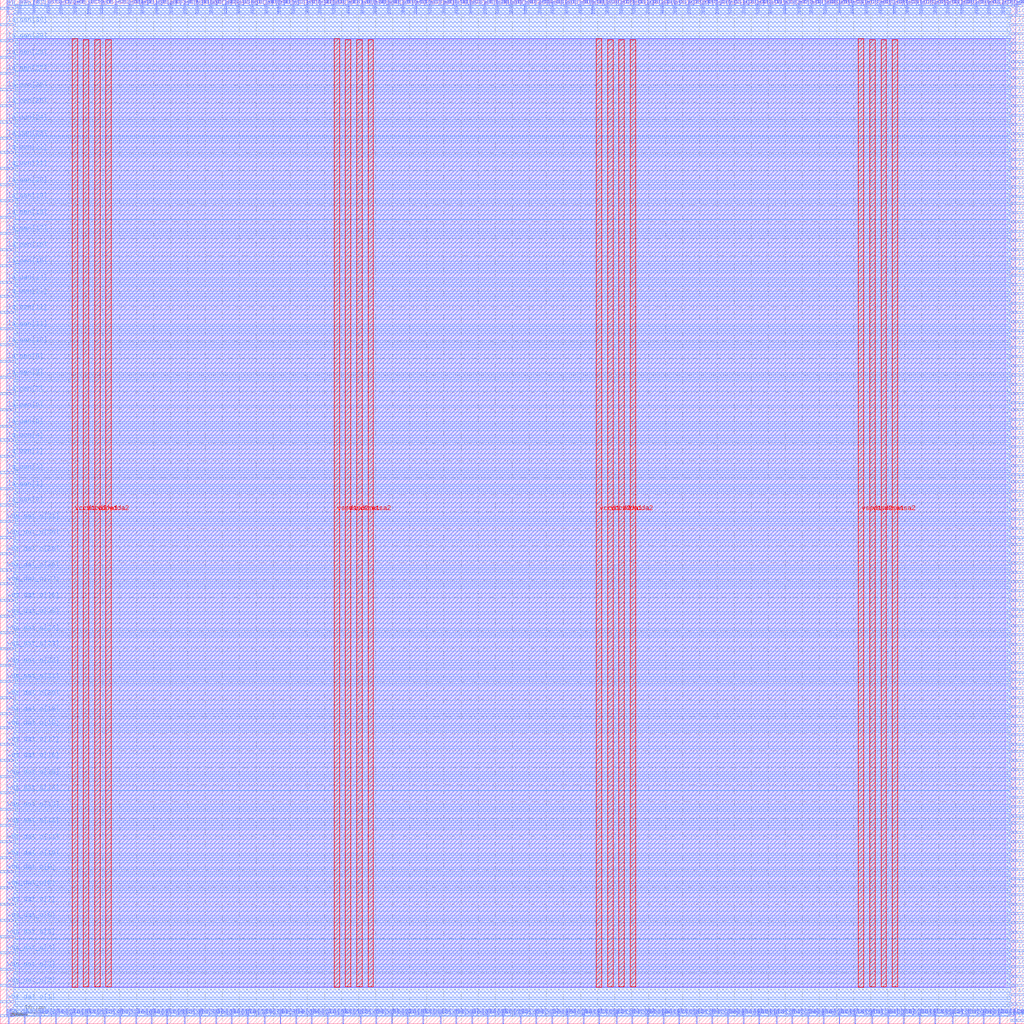
<source format=lef>
VERSION 5.7 ;
  NOWIREEXTENSIONATPIN ON ;
  DIVIDERCHAR "/" ;
  BUSBITCHARS "[]" ;
MACRO wrapper
  CLASS BLOCK ;
  FOREIGN wrapper ;
  ORIGIN 0.000 0.000 ;
  SIZE 300.000 BY 300.000 ;
  PIN active
    DIRECTION INPUT ;
    USE SIGNAL ;
    PORT
      LAYER met2 ;
        RECT 25.850 296.000 26.130 300.000 ;
    END
  END active
  PIN io_in[0]
    DIRECTION INPUT ;
    USE SIGNAL ;
    PORT
      LAYER met3 ;
        RECT 296.000 0.720 300.000 1.320 ;
    END
  END io_in[0]
  PIN io_in[10]
    DIRECTION INPUT ;
    USE SIGNAL ;
    PORT
      LAYER met3 ;
        RECT 296.000 79.600 300.000 80.200 ;
    END
  END io_in[10]
  PIN io_in[11]
    DIRECTION INPUT ;
    USE SIGNAL ;
    PORT
      LAYER met3 ;
        RECT 296.000 87.080 300.000 87.680 ;
    END
  END io_in[11]
  PIN io_in[12]
    DIRECTION INPUT ;
    USE SIGNAL ;
    PORT
      LAYER met3 ;
        RECT 296.000 95.240 300.000 95.840 ;
    END
  END io_in[12]
  PIN io_in[13]
    DIRECTION INPUT ;
    USE SIGNAL ;
    PORT
      LAYER met3 ;
        RECT 296.000 102.720 300.000 103.320 ;
    END
  END io_in[13]
  PIN io_in[14]
    DIRECTION INPUT ;
    USE SIGNAL ;
    PORT
      LAYER met3 ;
        RECT 296.000 110.880 300.000 111.480 ;
    END
  END io_in[14]
  PIN io_in[15]
    DIRECTION INPUT ;
    USE SIGNAL ;
    PORT
      LAYER met3 ;
        RECT 296.000 119.040 300.000 119.640 ;
    END
  END io_in[15]
  PIN io_in[16]
    DIRECTION INPUT ;
    USE SIGNAL ;
    PORT
      LAYER met3 ;
        RECT 296.000 126.520 300.000 127.120 ;
    END
  END io_in[16]
  PIN io_in[17]
    DIRECTION INPUT ;
    USE SIGNAL ;
    PORT
      LAYER met3 ;
        RECT 296.000 134.680 300.000 135.280 ;
    END
  END io_in[17]
  PIN io_in[18]
    DIRECTION INPUT ;
    USE SIGNAL ;
    PORT
      LAYER met3 ;
        RECT 296.000 142.160 300.000 142.760 ;
    END
  END io_in[18]
  PIN io_in[19]
    DIRECTION INPUT ;
    USE SIGNAL ;
    PORT
      LAYER met3 ;
        RECT 296.000 150.320 300.000 150.920 ;
    END
  END io_in[19]
  PIN io_in[1]
    DIRECTION INPUT ;
    USE SIGNAL ;
    PORT
      LAYER met3 ;
        RECT 296.000 8.200 300.000 8.800 ;
    END
  END io_in[1]
  PIN io_in[20]
    DIRECTION INPUT ;
    USE SIGNAL ;
    PORT
      LAYER met3 ;
        RECT 296.000 158.480 300.000 159.080 ;
    END
  END io_in[20]
  PIN io_in[21]
    DIRECTION INPUT ;
    USE SIGNAL ;
    PORT
      LAYER met3 ;
        RECT 296.000 165.960 300.000 166.560 ;
    END
  END io_in[21]
  PIN io_in[22]
    DIRECTION INPUT ;
    USE SIGNAL ;
    PORT
      LAYER met3 ;
        RECT 296.000 174.120 300.000 174.720 ;
    END
  END io_in[22]
  PIN io_in[23]
    DIRECTION INPUT ;
    USE SIGNAL ;
    PORT
      LAYER met3 ;
        RECT 296.000 181.600 300.000 182.200 ;
    END
  END io_in[23]
  PIN io_in[24]
    DIRECTION INPUT ;
    USE SIGNAL ;
    PORT
      LAYER met3 ;
        RECT 296.000 189.760 300.000 190.360 ;
    END
  END io_in[24]
  PIN io_in[25]
    DIRECTION INPUT ;
    USE SIGNAL ;
    PORT
      LAYER met3 ;
        RECT 296.000 197.920 300.000 198.520 ;
    END
  END io_in[25]
  PIN io_in[26]
    DIRECTION INPUT ;
    USE SIGNAL ;
    PORT
      LAYER met3 ;
        RECT 296.000 205.400 300.000 206.000 ;
    END
  END io_in[26]
  PIN io_in[27]
    DIRECTION INPUT ;
    USE SIGNAL ;
    PORT
      LAYER met3 ;
        RECT 296.000 213.560 300.000 214.160 ;
    END
  END io_in[27]
  PIN io_in[28]
    DIRECTION INPUT ;
    USE SIGNAL ;
    PORT
      LAYER met3 ;
        RECT 296.000 221.040 300.000 221.640 ;
    END
  END io_in[28]
  PIN io_in[29]
    DIRECTION INPUT ;
    USE SIGNAL ;
    PORT
      LAYER met3 ;
        RECT 296.000 229.200 300.000 229.800 ;
    END
  END io_in[29]
  PIN io_in[2]
    DIRECTION INPUT ;
    USE SIGNAL ;
    PORT
      LAYER met3 ;
        RECT 296.000 16.360 300.000 16.960 ;
    END
  END io_in[2]
  PIN io_in[30]
    DIRECTION INPUT ;
    USE SIGNAL ;
    PORT
      LAYER met3 ;
        RECT 296.000 237.360 300.000 237.960 ;
    END
  END io_in[30]
  PIN io_in[31]
    DIRECTION INPUT ;
    USE SIGNAL ;
    PORT
      LAYER met3 ;
        RECT 296.000 244.840 300.000 245.440 ;
    END
  END io_in[31]
  PIN io_in[32]
    DIRECTION INPUT ;
    USE SIGNAL ;
    PORT
      LAYER met3 ;
        RECT 296.000 253.000 300.000 253.600 ;
    END
  END io_in[32]
  PIN io_in[33]
    DIRECTION INPUT ;
    USE SIGNAL ;
    PORT
      LAYER met3 ;
        RECT 296.000 260.480 300.000 261.080 ;
    END
  END io_in[33]
  PIN io_in[34]
    DIRECTION INPUT ;
    USE SIGNAL ;
    PORT
      LAYER met3 ;
        RECT 296.000 268.640 300.000 269.240 ;
    END
  END io_in[34]
  PIN io_in[35]
    DIRECTION INPUT ;
    USE SIGNAL ;
    PORT
      LAYER met3 ;
        RECT 296.000 276.800 300.000 277.400 ;
    END
  END io_in[35]
  PIN io_in[36]
    DIRECTION INPUT ;
    USE SIGNAL ;
    PORT
      LAYER met3 ;
        RECT 296.000 284.280 300.000 284.880 ;
    END
  END io_in[36]
  PIN io_in[37]
    DIRECTION INPUT ;
    USE SIGNAL ;
    PORT
      LAYER met3 ;
        RECT 296.000 292.440 300.000 293.040 ;
    END
  END io_in[37]
  PIN io_in[3]
    DIRECTION INPUT ;
    USE SIGNAL ;
    PORT
      LAYER met3 ;
        RECT 296.000 23.840 300.000 24.440 ;
    END
  END io_in[3]
  PIN io_in[4]
    DIRECTION INPUT ;
    USE SIGNAL ;
    PORT
      LAYER met3 ;
        RECT 296.000 32.000 300.000 32.600 ;
    END
  END io_in[4]
  PIN io_in[5]
    DIRECTION INPUT ;
    USE SIGNAL ;
    PORT
      LAYER met3 ;
        RECT 296.000 40.160 300.000 40.760 ;
    END
  END io_in[5]
  PIN io_in[6]
    DIRECTION INPUT ;
    USE SIGNAL ;
    PORT
      LAYER met3 ;
        RECT 296.000 47.640 300.000 48.240 ;
    END
  END io_in[6]
  PIN io_in[7]
    DIRECTION INPUT ;
    USE SIGNAL ;
    PORT
      LAYER met3 ;
        RECT 296.000 55.800 300.000 56.400 ;
    END
  END io_in[7]
  PIN io_in[8]
    DIRECTION INPUT ;
    USE SIGNAL ;
    PORT
      LAYER met3 ;
        RECT 296.000 63.280 300.000 63.880 ;
    END
  END io_in[8]
  PIN io_in[9]
    DIRECTION INPUT ;
    USE SIGNAL ;
    PORT
      LAYER met3 ;
        RECT 296.000 71.440 300.000 72.040 ;
    END
  END io_in[9]
  PIN io_oeb[0]
    DIRECTION OUTPUT TRISTATE ;
    USE SIGNAL ;
    PORT
      LAYER met3 ;
        RECT 296.000 5.480 300.000 6.080 ;
    END
  END io_oeb[0]
  PIN io_oeb[10]
    DIRECTION OUTPUT TRISTATE ;
    USE SIGNAL ;
    PORT
      LAYER met3 ;
        RECT 296.000 84.360 300.000 84.960 ;
    END
  END io_oeb[10]
  PIN io_oeb[11]
    DIRECTION OUTPUT TRISTATE ;
    USE SIGNAL ;
    PORT
      LAYER met3 ;
        RECT 296.000 92.520 300.000 93.120 ;
    END
  END io_oeb[11]
  PIN io_oeb[12]
    DIRECTION OUTPUT TRISTATE ;
    USE SIGNAL ;
    PORT
      LAYER met3 ;
        RECT 296.000 100.680 300.000 101.280 ;
    END
  END io_oeb[12]
  PIN io_oeb[13]
    DIRECTION OUTPUT TRISTATE ;
    USE SIGNAL ;
    PORT
      LAYER met3 ;
        RECT 296.000 108.160 300.000 108.760 ;
    END
  END io_oeb[13]
  PIN io_oeb[14]
    DIRECTION OUTPUT TRISTATE ;
    USE SIGNAL ;
    PORT
      LAYER met3 ;
        RECT 296.000 116.320 300.000 116.920 ;
    END
  END io_oeb[14]
  PIN io_oeb[15]
    DIRECTION OUTPUT TRISTATE ;
    USE SIGNAL ;
    PORT
      LAYER met3 ;
        RECT 296.000 123.800 300.000 124.400 ;
    END
  END io_oeb[15]
  PIN io_oeb[16]
    DIRECTION OUTPUT TRISTATE ;
    USE SIGNAL ;
    PORT
      LAYER met3 ;
        RECT 296.000 131.960 300.000 132.560 ;
    END
  END io_oeb[16]
  PIN io_oeb[17]
    DIRECTION OUTPUT TRISTATE ;
    USE SIGNAL ;
    PORT
      LAYER met3 ;
        RECT 296.000 140.120 300.000 140.720 ;
    END
  END io_oeb[17]
  PIN io_oeb[18]
    DIRECTION OUTPUT TRISTATE ;
    USE SIGNAL ;
    PORT
      LAYER met3 ;
        RECT 296.000 147.600 300.000 148.200 ;
    END
  END io_oeb[18]
  PIN io_oeb[19]
    DIRECTION OUTPUT TRISTATE ;
    USE SIGNAL ;
    PORT
      LAYER met3 ;
        RECT 296.000 155.760 300.000 156.360 ;
    END
  END io_oeb[19]
  PIN io_oeb[1]
    DIRECTION OUTPUT TRISTATE ;
    USE SIGNAL ;
    PORT
      LAYER met3 ;
        RECT 296.000 13.640 300.000 14.240 ;
    END
  END io_oeb[1]
  PIN io_oeb[20]
    DIRECTION OUTPUT TRISTATE ;
    USE SIGNAL ;
    PORT
      LAYER met3 ;
        RECT 296.000 163.240 300.000 163.840 ;
    END
  END io_oeb[20]
  PIN io_oeb[21]
    DIRECTION OUTPUT TRISTATE ;
    USE SIGNAL ;
    PORT
      LAYER met3 ;
        RECT 296.000 171.400 300.000 172.000 ;
    END
  END io_oeb[21]
  PIN io_oeb[22]
    DIRECTION OUTPUT TRISTATE ;
    USE SIGNAL ;
    PORT
      LAYER met3 ;
        RECT 296.000 179.560 300.000 180.160 ;
    END
  END io_oeb[22]
  PIN io_oeb[23]
    DIRECTION OUTPUT TRISTATE ;
    USE SIGNAL ;
    PORT
      LAYER met3 ;
        RECT 296.000 187.040 300.000 187.640 ;
    END
  END io_oeb[23]
  PIN io_oeb[24]
    DIRECTION OUTPUT TRISTATE ;
    USE SIGNAL ;
    PORT
      LAYER met3 ;
        RECT 296.000 195.200 300.000 195.800 ;
    END
  END io_oeb[24]
  PIN io_oeb[25]
    DIRECTION OUTPUT TRISTATE ;
    USE SIGNAL ;
    PORT
      LAYER met3 ;
        RECT 296.000 202.680 300.000 203.280 ;
    END
  END io_oeb[25]
  PIN io_oeb[26]
    DIRECTION OUTPUT TRISTATE ;
    USE SIGNAL ;
    PORT
      LAYER met3 ;
        RECT 296.000 210.840 300.000 211.440 ;
    END
  END io_oeb[26]
  PIN io_oeb[27]
    DIRECTION OUTPUT TRISTATE ;
    USE SIGNAL ;
    PORT
      LAYER met3 ;
        RECT 296.000 219.000 300.000 219.600 ;
    END
  END io_oeb[27]
  PIN io_oeb[28]
    DIRECTION OUTPUT TRISTATE ;
    USE SIGNAL ;
    PORT
      LAYER met3 ;
        RECT 296.000 226.480 300.000 227.080 ;
    END
  END io_oeb[28]
  PIN io_oeb[29]
    DIRECTION OUTPUT TRISTATE ;
    USE SIGNAL ;
    PORT
      LAYER met3 ;
        RECT 296.000 234.640 300.000 235.240 ;
    END
  END io_oeb[29]
  PIN io_oeb[2]
    DIRECTION OUTPUT TRISTATE ;
    USE SIGNAL ;
    PORT
      LAYER met3 ;
        RECT 296.000 21.120 300.000 21.720 ;
    END
  END io_oeb[2]
  PIN io_oeb[30]
    DIRECTION OUTPUT TRISTATE ;
    USE SIGNAL ;
    PORT
      LAYER met3 ;
        RECT 296.000 242.120 300.000 242.720 ;
    END
  END io_oeb[30]
  PIN io_oeb[31]
    DIRECTION OUTPUT TRISTATE ;
    USE SIGNAL ;
    PORT
      LAYER met3 ;
        RECT 296.000 250.280 300.000 250.880 ;
    END
  END io_oeb[31]
  PIN io_oeb[32]
    DIRECTION OUTPUT TRISTATE ;
    USE SIGNAL ;
    PORT
      LAYER met3 ;
        RECT 296.000 258.440 300.000 259.040 ;
    END
  END io_oeb[32]
  PIN io_oeb[33]
    DIRECTION OUTPUT TRISTATE ;
    USE SIGNAL ;
    PORT
      LAYER met3 ;
        RECT 296.000 265.920 300.000 266.520 ;
    END
  END io_oeb[33]
  PIN io_oeb[34]
    DIRECTION OUTPUT TRISTATE ;
    USE SIGNAL ;
    PORT
      LAYER met3 ;
        RECT 296.000 274.080 300.000 274.680 ;
    END
  END io_oeb[34]
  PIN io_oeb[35]
    DIRECTION OUTPUT TRISTATE ;
    USE SIGNAL ;
    PORT
      LAYER met3 ;
        RECT 296.000 281.560 300.000 282.160 ;
    END
  END io_oeb[35]
  PIN io_oeb[36]
    DIRECTION OUTPUT TRISTATE ;
    USE SIGNAL ;
    PORT
      LAYER met3 ;
        RECT 296.000 289.720 300.000 290.320 ;
    END
  END io_oeb[36]
  PIN io_oeb[37]
    DIRECTION OUTPUT TRISTATE ;
    USE SIGNAL ;
    PORT
      LAYER met3 ;
        RECT 296.000 297.880 300.000 298.480 ;
    END
  END io_oeb[37]
  PIN io_oeb[3]
    DIRECTION OUTPUT TRISTATE ;
    USE SIGNAL ;
    PORT
      LAYER met3 ;
        RECT 296.000 29.280 300.000 29.880 ;
    END
  END io_oeb[3]
  PIN io_oeb[4]
    DIRECTION OUTPUT TRISTATE ;
    USE SIGNAL ;
    PORT
      LAYER met3 ;
        RECT 296.000 37.440 300.000 38.040 ;
    END
  END io_oeb[4]
  PIN io_oeb[5]
    DIRECTION OUTPUT TRISTATE ;
    USE SIGNAL ;
    PORT
      LAYER met3 ;
        RECT 296.000 44.920 300.000 45.520 ;
    END
  END io_oeb[5]
  PIN io_oeb[6]
    DIRECTION OUTPUT TRISTATE ;
    USE SIGNAL ;
    PORT
      LAYER met3 ;
        RECT 296.000 53.080 300.000 53.680 ;
    END
  END io_oeb[6]
  PIN io_oeb[7]
    DIRECTION OUTPUT TRISTATE ;
    USE SIGNAL ;
    PORT
      LAYER met3 ;
        RECT 296.000 60.560 300.000 61.160 ;
    END
  END io_oeb[7]
  PIN io_oeb[8]
    DIRECTION OUTPUT TRISTATE ;
    USE SIGNAL ;
    PORT
      LAYER met3 ;
        RECT 296.000 68.720 300.000 69.320 ;
    END
  END io_oeb[8]
  PIN io_oeb[9]
    DIRECTION OUTPUT TRISTATE ;
    USE SIGNAL ;
    PORT
      LAYER met3 ;
        RECT 296.000 76.880 300.000 77.480 ;
    END
  END io_oeb[9]
  PIN io_out[0]
    DIRECTION OUTPUT TRISTATE ;
    USE SIGNAL ;
    PORT
      LAYER met3 ;
        RECT 296.000 2.760 300.000 3.360 ;
    END
  END io_out[0]
  PIN io_out[10]
    DIRECTION OUTPUT TRISTATE ;
    USE SIGNAL ;
    PORT
      LAYER met3 ;
        RECT 296.000 81.640 300.000 82.240 ;
    END
  END io_out[10]
  PIN io_out[11]
    DIRECTION OUTPUT TRISTATE ;
    USE SIGNAL ;
    PORT
      LAYER met3 ;
        RECT 296.000 89.800 300.000 90.400 ;
    END
  END io_out[11]
  PIN io_out[12]
    DIRECTION OUTPUT TRISTATE ;
    USE SIGNAL ;
    PORT
      LAYER met3 ;
        RECT 296.000 97.960 300.000 98.560 ;
    END
  END io_out[12]
  PIN io_out[13]
    DIRECTION OUTPUT TRISTATE ;
    USE SIGNAL ;
    PORT
      LAYER met3 ;
        RECT 296.000 105.440 300.000 106.040 ;
    END
  END io_out[13]
  PIN io_out[14]
    DIRECTION OUTPUT TRISTATE ;
    USE SIGNAL ;
    PORT
      LAYER met3 ;
        RECT 296.000 113.600 300.000 114.200 ;
    END
  END io_out[14]
  PIN io_out[15]
    DIRECTION OUTPUT TRISTATE ;
    USE SIGNAL ;
    PORT
      LAYER met3 ;
        RECT 296.000 121.080 300.000 121.680 ;
    END
  END io_out[15]
  PIN io_out[16]
    DIRECTION OUTPUT TRISTATE ;
    USE SIGNAL ;
    PORT
      LAYER met3 ;
        RECT 296.000 129.240 300.000 129.840 ;
    END
  END io_out[16]
  PIN io_out[17]
    DIRECTION OUTPUT TRISTATE ;
    USE SIGNAL ;
    PORT
      LAYER met3 ;
        RECT 296.000 137.400 300.000 138.000 ;
    END
  END io_out[17]
  PIN io_out[18]
    DIRECTION OUTPUT TRISTATE ;
    USE SIGNAL ;
    PORT
      LAYER met3 ;
        RECT 296.000 144.880 300.000 145.480 ;
    END
  END io_out[18]
  PIN io_out[19]
    DIRECTION OUTPUT TRISTATE ;
    USE SIGNAL ;
    PORT
      LAYER met3 ;
        RECT 296.000 153.040 300.000 153.640 ;
    END
  END io_out[19]
  PIN io_out[1]
    DIRECTION OUTPUT TRISTATE ;
    USE SIGNAL ;
    PORT
      LAYER met3 ;
        RECT 296.000 10.920 300.000 11.520 ;
    END
  END io_out[1]
  PIN io_out[20]
    DIRECTION OUTPUT TRISTATE ;
    USE SIGNAL ;
    PORT
      LAYER met3 ;
        RECT 296.000 160.520 300.000 161.120 ;
    END
  END io_out[20]
  PIN io_out[21]
    DIRECTION OUTPUT TRISTATE ;
    USE SIGNAL ;
    PORT
      LAYER met3 ;
        RECT 296.000 168.680 300.000 169.280 ;
    END
  END io_out[21]
  PIN io_out[22]
    DIRECTION OUTPUT TRISTATE ;
    USE SIGNAL ;
    PORT
      LAYER met3 ;
        RECT 296.000 176.840 300.000 177.440 ;
    END
  END io_out[22]
  PIN io_out[23]
    DIRECTION OUTPUT TRISTATE ;
    USE SIGNAL ;
    PORT
      LAYER met3 ;
        RECT 296.000 184.320 300.000 184.920 ;
    END
  END io_out[23]
  PIN io_out[24]
    DIRECTION OUTPUT TRISTATE ;
    USE SIGNAL ;
    PORT
      LAYER met3 ;
        RECT 296.000 192.480 300.000 193.080 ;
    END
  END io_out[24]
  PIN io_out[25]
    DIRECTION OUTPUT TRISTATE ;
    USE SIGNAL ;
    PORT
      LAYER met3 ;
        RECT 296.000 200.640 300.000 201.240 ;
    END
  END io_out[25]
  PIN io_out[26]
    DIRECTION OUTPUT TRISTATE ;
    USE SIGNAL ;
    PORT
      LAYER met3 ;
        RECT 296.000 208.120 300.000 208.720 ;
    END
  END io_out[26]
  PIN io_out[27]
    DIRECTION OUTPUT TRISTATE ;
    USE SIGNAL ;
    PORT
      LAYER met3 ;
        RECT 296.000 216.280 300.000 216.880 ;
    END
  END io_out[27]
  PIN io_out[28]
    DIRECTION OUTPUT TRISTATE ;
    USE SIGNAL ;
    PORT
      LAYER met3 ;
        RECT 296.000 223.760 300.000 224.360 ;
    END
  END io_out[28]
  PIN io_out[29]
    DIRECTION OUTPUT TRISTATE ;
    USE SIGNAL ;
    PORT
      LAYER met3 ;
        RECT 296.000 231.920 300.000 232.520 ;
    END
  END io_out[29]
  PIN io_out[2]
    DIRECTION OUTPUT TRISTATE ;
    USE SIGNAL ;
    PORT
      LAYER met3 ;
        RECT 296.000 19.080 300.000 19.680 ;
    END
  END io_out[2]
  PIN io_out[30]
    DIRECTION OUTPUT TRISTATE ;
    USE SIGNAL ;
    PORT
      LAYER met3 ;
        RECT 296.000 240.080 300.000 240.680 ;
    END
  END io_out[30]
  PIN io_out[31]
    DIRECTION OUTPUT TRISTATE ;
    USE SIGNAL ;
    PORT
      LAYER met3 ;
        RECT 296.000 247.560 300.000 248.160 ;
    END
  END io_out[31]
  PIN io_out[32]
    DIRECTION OUTPUT TRISTATE ;
    USE SIGNAL ;
    PORT
      LAYER met3 ;
        RECT 296.000 255.720 300.000 256.320 ;
    END
  END io_out[32]
  PIN io_out[33]
    DIRECTION OUTPUT TRISTATE ;
    USE SIGNAL ;
    PORT
      LAYER met3 ;
        RECT 296.000 263.200 300.000 263.800 ;
    END
  END io_out[33]
  PIN io_out[34]
    DIRECTION OUTPUT TRISTATE ;
    USE SIGNAL ;
    PORT
      LAYER met3 ;
        RECT 296.000 271.360 300.000 271.960 ;
    END
  END io_out[34]
  PIN io_out[35]
    DIRECTION OUTPUT TRISTATE ;
    USE SIGNAL ;
    PORT
      LAYER met3 ;
        RECT 296.000 279.520 300.000 280.120 ;
    END
  END io_out[35]
  PIN io_out[36]
    DIRECTION OUTPUT TRISTATE ;
    USE SIGNAL ;
    PORT
      LAYER met3 ;
        RECT 296.000 287.000 300.000 287.600 ;
    END
  END io_out[36]
  PIN io_out[37]
    DIRECTION OUTPUT TRISTATE ;
    USE SIGNAL ;
    PORT
      LAYER met3 ;
        RECT 296.000 295.160 300.000 295.760 ;
    END
  END io_out[37]
  PIN io_out[3]
    DIRECTION OUTPUT TRISTATE ;
    USE SIGNAL ;
    PORT
      LAYER met3 ;
        RECT 296.000 26.560 300.000 27.160 ;
    END
  END io_out[3]
  PIN io_out[4]
    DIRECTION OUTPUT TRISTATE ;
    USE SIGNAL ;
    PORT
      LAYER met3 ;
        RECT 296.000 34.720 300.000 35.320 ;
    END
  END io_out[4]
  PIN io_out[5]
    DIRECTION OUTPUT TRISTATE ;
    USE SIGNAL ;
    PORT
      LAYER met3 ;
        RECT 296.000 42.200 300.000 42.800 ;
    END
  END io_out[5]
  PIN io_out[6]
    DIRECTION OUTPUT TRISTATE ;
    USE SIGNAL ;
    PORT
      LAYER met3 ;
        RECT 296.000 50.360 300.000 50.960 ;
    END
  END io_out[6]
  PIN io_out[7]
    DIRECTION OUTPUT TRISTATE ;
    USE SIGNAL ;
    PORT
      LAYER met3 ;
        RECT 296.000 58.520 300.000 59.120 ;
    END
  END io_out[7]
  PIN io_out[8]
    DIRECTION OUTPUT TRISTATE ;
    USE SIGNAL ;
    PORT
      LAYER met3 ;
        RECT 296.000 66.000 300.000 66.600 ;
    END
  END io_out[8]
  PIN io_out[9]
    DIRECTION OUTPUT TRISTATE ;
    USE SIGNAL ;
    PORT
      LAYER met3 ;
        RECT 296.000 74.160 300.000 74.760 ;
    END
  END io_out[9]
  PIN la_data_in[0]
    DIRECTION INPUT ;
    USE SIGNAL ;
    PORT
      LAYER met2 ;
        RECT 2.390 0.000 2.670 4.000 ;
    END
  END la_data_in[0]
  PIN la_data_in[10]
    DIRECTION INPUT ;
    USE SIGNAL ;
    PORT
      LAYER met2 ;
        RECT 48.850 0.000 49.130 4.000 ;
    END
  END la_data_in[10]
  PIN la_data_in[11]
    DIRECTION INPUT ;
    USE SIGNAL ;
    PORT
      LAYER met2 ;
        RECT 53.910 0.000 54.190 4.000 ;
    END
  END la_data_in[11]
  PIN la_data_in[12]
    DIRECTION INPUT ;
    USE SIGNAL ;
    PORT
      LAYER met2 ;
        RECT 58.510 0.000 58.790 4.000 ;
    END
  END la_data_in[12]
  PIN la_data_in[13]
    DIRECTION INPUT ;
    USE SIGNAL ;
    PORT
      LAYER met2 ;
        RECT 63.110 0.000 63.390 4.000 ;
    END
  END la_data_in[13]
  PIN la_data_in[14]
    DIRECTION INPUT ;
    USE SIGNAL ;
    PORT
      LAYER met2 ;
        RECT 67.710 0.000 67.990 4.000 ;
    END
  END la_data_in[14]
  PIN la_data_in[15]
    DIRECTION INPUT ;
    USE SIGNAL ;
    PORT
      LAYER met2 ;
        RECT 72.310 0.000 72.590 4.000 ;
    END
  END la_data_in[15]
  PIN la_data_in[16]
    DIRECTION INPUT ;
    USE SIGNAL ;
    PORT
      LAYER met2 ;
        RECT 77.370 0.000 77.650 4.000 ;
    END
  END la_data_in[16]
  PIN la_data_in[17]
    DIRECTION INPUT ;
    USE SIGNAL ;
    PORT
      LAYER met2 ;
        RECT 81.970 0.000 82.250 4.000 ;
    END
  END la_data_in[17]
  PIN la_data_in[18]
    DIRECTION INPUT ;
    USE SIGNAL ;
    PORT
      LAYER met2 ;
        RECT 86.570 0.000 86.850 4.000 ;
    END
  END la_data_in[18]
  PIN la_data_in[19]
    DIRECTION INPUT ;
    USE SIGNAL ;
    PORT
      LAYER met2 ;
        RECT 91.170 0.000 91.450 4.000 ;
    END
  END la_data_in[19]
  PIN la_data_in[1]
    DIRECTION INPUT ;
    USE SIGNAL ;
    PORT
      LAYER met2 ;
        RECT 6.990 0.000 7.270 4.000 ;
    END
  END la_data_in[1]
  PIN la_data_in[20]
    DIRECTION INPUT ;
    USE SIGNAL ;
    PORT
      LAYER met2 ;
        RECT 95.770 0.000 96.050 4.000 ;
    END
  END la_data_in[20]
  PIN la_data_in[21]
    DIRECTION INPUT ;
    USE SIGNAL ;
    PORT
      LAYER met2 ;
        RECT 100.370 0.000 100.650 4.000 ;
    END
  END la_data_in[21]
  PIN la_data_in[22]
    DIRECTION INPUT ;
    USE SIGNAL ;
    PORT
      LAYER met2 ;
        RECT 105.430 0.000 105.710 4.000 ;
    END
  END la_data_in[22]
  PIN la_data_in[23]
    DIRECTION INPUT ;
    USE SIGNAL ;
    PORT
      LAYER met2 ;
        RECT 110.030 0.000 110.310 4.000 ;
    END
  END la_data_in[23]
  PIN la_data_in[24]
    DIRECTION INPUT ;
    USE SIGNAL ;
    PORT
      LAYER met2 ;
        RECT 114.630 0.000 114.910 4.000 ;
    END
  END la_data_in[24]
  PIN la_data_in[25]
    DIRECTION INPUT ;
    USE SIGNAL ;
    PORT
      LAYER met2 ;
        RECT 119.230 0.000 119.510 4.000 ;
    END
  END la_data_in[25]
  PIN la_data_in[26]
    DIRECTION INPUT ;
    USE SIGNAL ;
    PORT
      LAYER met2 ;
        RECT 123.830 0.000 124.110 4.000 ;
    END
  END la_data_in[26]
  PIN la_data_in[27]
    DIRECTION INPUT ;
    USE SIGNAL ;
    PORT
      LAYER met2 ;
        RECT 128.890 0.000 129.170 4.000 ;
    END
  END la_data_in[27]
  PIN la_data_in[28]
    DIRECTION INPUT ;
    USE SIGNAL ;
    PORT
      LAYER met2 ;
        RECT 133.490 0.000 133.770 4.000 ;
    END
  END la_data_in[28]
  PIN la_data_in[29]
    DIRECTION INPUT ;
    USE SIGNAL ;
    PORT
      LAYER met2 ;
        RECT 138.090 0.000 138.370 4.000 ;
    END
  END la_data_in[29]
  PIN la_data_in[2]
    DIRECTION INPUT ;
    USE SIGNAL ;
    PORT
      LAYER met2 ;
        RECT 11.590 0.000 11.870 4.000 ;
    END
  END la_data_in[2]
  PIN la_data_in[30]
    DIRECTION INPUT ;
    USE SIGNAL ;
    PORT
      LAYER met2 ;
        RECT 142.690 0.000 142.970 4.000 ;
    END
  END la_data_in[30]
  PIN la_data_in[31]
    DIRECTION INPUT ;
    USE SIGNAL ;
    PORT
      LAYER met2 ;
        RECT 147.290 0.000 147.570 4.000 ;
    END
  END la_data_in[31]
  PIN la_data_in[3]
    DIRECTION INPUT ;
    USE SIGNAL ;
    PORT
      LAYER met2 ;
        RECT 16.190 0.000 16.470 4.000 ;
    END
  END la_data_in[3]
  PIN la_data_in[4]
    DIRECTION INPUT ;
    USE SIGNAL ;
    PORT
      LAYER met2 ;
        RECT 20.790 0.000 21.070 4.000 ;
    END
  END la_data_in[4]
  PIN la_data_in[5]
    DIRECTION INPUT ;
    USE SIGNAL ;
    PORT
      LAYER met2 ;
        RECT 25.390 0.000 25.670 4.000 ;
    END
  END la_data_in[5]
  PIN la_data_in[6]
    DIRECTION INPUT ;
    USE SIGNAL ;
    PORT
      LAYER met2 ;
        RECT 30.450 0.000 30.730 4.000 ;
    END
  END la_data_in[6]
  PIN la_data_in[7]
    DIRECTION INPUT ;
    USE SIGNAL ;
    PORT
      LAYER met2 ;
        RECT 35.050 0.000 35.330 4.000 ;
    END
  END la_data_in[7]
  PIN la_data_in[8]
    DIRECTION INPUT ;
    USE SIGNAL ;
    PORT
      LAYER met2 ;
        RECT 39.650 0.000 39.930 4.000 ;
    END
  END la_data_in[8]
  PIN la_data_in[9]
    DIRECTION INPUT ;
    USE SIGNAL ;
    PORT
      LAYER met2 ;
        RECT 44.250 0.000 44.530 4.000 ;
    END
  END la_data_in[9]
  PIN la_data_out[0]
    DIRECTION OUTPUT TRISTATE ;
    USE SIGNAL ;
    PORT
      LAYER met2 ;
        RECT 152.350 0.000 152.630 4.000 ;
    END
  END la_data_out[0]
  PIN la_data_out[10]
    DIRECTION OUTPUT TRISTATE ;
    USE SIGNAL ;
    PORT
      LAYER met2 ;
        RECT 198.810 0.000 199.090 4.000 ;
    END
  END la_data_out[10]
  PIN la_data_out[11]
    DIRECTION OUTPUT TRISTATE ;
    USE SIGNAL ;
    PORT
      LAYER met2 ;
        RECT 203.870 0.000 204.150 4.000 ;
    END
  END la_data_out[11]
  PIN la_data_out[12]
    DIRECTION OUTPUT TRISTATE ;
    USE SIGNAL ;
    PORT
      LAYER met2 ;
        RECT 208.470 0.000 208.750 4.000 ;
    END
  END la_data_out[12]
  PIN la_data_out[13]
    DIRECTION OUTPUT TRISTATE ;
    USE SIGNAL ;
    PORT
      LAYER met2 ;
        RECT 213.070 0.000 213.350 4.000 ;
    END
  END la_data_out[13]
  PIN la_data_out[14]
    DIRECTION OUTPUT TRISTATE ;
    USE SIGNAL ;
    PORT
      LAYER met2 ;
        RECT 217.670 0.000 217.950 4.000 ;
    END
  END la_data_out[14]
  PIN la_data_out[15]
    DIRECTION OUTPUT TRISTATE ;
    USE SIGNAL ;
    PORT
      LAYER met2 ;
        RECT 222.270 0.000 222.550 4.000 ;
    END
  END la_data_out[15]
  PIN la_data_out[16]
    DIRECTION OUTPUT TRISTATE ;
    USE SIGNAL ;
    PORT
      LAYER met2 ;
        RECT 227.330 0.000 227.610 4.000 ;
    END
  END la_data_out[16]
  PIN la_data_out[17]
    DIRECTION OUTPUT TRISTATE ;
    USE SIGNAL ;
    PORT
      LAYER met2 ;
        RECT 231.930 0.000 232.210 4.000 ;
    END
  END la_data_out[17]
  PIN la_data_out[18]
    DIRECTION OUTPUT TRISTATE ;
    USE SIGNAL ;
    PORT
      LAYER met2 ;
        RECT 236.530 0.000 236.810 4.000 ;
    END
  END la_data_out[18]
  PIN la_data_out[19]
    DIRECTION OUTPUT TRISTATE ;
    USE SIGNAL ;
    PORT
      LAYER met2 ;
        RECT 241.130 0.000 241.410 4.000 ;
    END
  END la_data_out[19]
  PIN la_data_out[1]
    DIRECTION OUTPUT TRISTATE ;
    USE SIGNAL ;
    PORT
      LAYER met2 ;
        RECT 156.950 0.000 157.230 4.000 ;
    END
  END la_data_out[1]
  PIN la_data_out[20]
    DIRECTION OUTPUT TRISTATE ;
    USE SIGNAL ;
    PORT
      LAYER met2 ;
        RECT 245.730 0.000 246.010 4.000 ;
    END
  END la_data_out[20]
  PIN la_data_out[21]
    DIRECTION OUTPUT TRISTATE ;
    USE SIGNAL ;
    PORT
      LAYER met2 ;
        RECT 250.330 0.000 250.610 4.000 ;
    END
  END la_data_out[21]
  PIN la_data_out[22]
    DIRECTION OUTPUT TRISTATE ;
    USE SIGNAL ;
    PORT
      LAYER met2 ;
        RECT 255.390 0.000 255.670 4.000 ;
    END
  END la_data_out[22]
  PIN la_data_out[23]
    DIRECTION OUTPUT TRISTATE ;
    USE SIGNAL ;
    PORT
      LAYER met2 ;
        RECT 259.990 0.000 260.270 4.000 ;
    END
  END la_data_out[23]
  PIN la_data_out[24]
    DIRECTION OUTPUT TRISTATE ;
    USE SIGNAL ;
    PORT
      LAYER met2 ;
        RECT 264.590 0.000 264.870 4.000 ;
    END
  END la_data_out[24]
  PIN la_data_out[25]
    DIRECTION OUTPUT TRISTATE ;
    USE SIGNAL ;
    PORT
      LAYER met2 ;
        RECT 269.190 0.000 269.470 4.000 ;
    END
  END la_data_out[25]
  PIN la_data_out[26]
    DIRECTION OUTPUT TRISTATE ;
    USE SIGNAL ;
    PORT
      LAYER met2 ;
        RECT 273.790 0.000 274.070 4.000 ;
    END
  END la_data_out[26]
  PIN la_data_out[27]
    DIRECTION OUTPUT TRISTATE ;
    USE SIGNAL ;
    PORT
      LAYER met2 ;
        RECT 278.850 0.000 279.130 4.000 ;
    END
  END la_data_out[27]
  PIN la_data_out[28]
    DIRECTION OUTPUT TRISTATE ;
    USE SIGNAL ;
    PORT
      LAYER met2 ;
        RECT 283.450 0.000 283.730 4.000 ;
    END
  END la_data_out[28]
  PIN la_data_out[29]
    DIRECTION OUTPUT TRISTATE ;
    USE SIGNAL ;
    PORT
      LAYER met2 ;
        RECT 288.050 0.000 288.330 4.000 ;
    END
  END la_data_out[29]
  PIN la_data_out[2]
    DIRECTION OUTPUT TRISTATE ;
    USE SIGNAL ;
    PORT
      LAYER met2 ;
        RECT 161.550 0.000 161.830 4.000 ;
    END
  END la_data_out[2]
  PIN la_data_out[30]
    DIRECTION OUTPUT TRISTATE ;
    USE SIGNAL ;
    PORT
      LAYER met2 ;
        RECT 292.650 0.000 292.930 4.000 ;
    END
  END la_data_out[30]
  PIN la_data_out[31]
    DIRECTION OUTPUT TRISTATE ;
    USE SIGNAL ;
    PORT
      LAYER met2 ;
        RECT 297.250 0.000 297.530 4.000 ;
    END
  END la_data_out[31]
  PIN la_data_out[3]
    DIRECTION OUTPUT TRISTATE ;
    USE SIGNAL ;
    PORT
      LAYER met2 ;
        RECT 166.150 0.000 166.430 4.000 ;
    END
  END la_data_out[3]
  PIN la_data_out[4]
    DIRECTION OUTPUT TRISTATE ;
    USE SIGNAL ;
    PORT
      LAYER met2 ;
        RECT 170.750 0.000 171.030 4.000 ;
    END
  END la_data_out[4]
  PIN la_data_out[5]
    DIRECTION OUTPUT TRISTATE ;
    USE SIGNAL ;
    PORT
      LAYER met2 ;
        RECT 175.350 0.000 175.630 4.000 ;
    END
  END la_data_out[5]
  PIN la_data_out[6]
    DIRECTION OUTPUT TRISTATE ;
    USE SIGNAL ;
    PORT
      LAYER met2 ;
        RECT 180.410 0.000 180.690 4.000 ;
    END
  END la_data_out[6]
  PIN la_data_out[7]
    DIRECTION OUTPUT TRISTATE ;
    USE SIGNAL ;
    PORT
      LAYER met2 ;
        RECT 185.010 0.000 185.290 4.000 ;
    END
  END la_data_out[7]
  PIN la_data_out[8]
    DIRECTION OUTPUT TRISTATE ;
    USE SIGNAL ;
    PORT
      LAYER met2 ;
        RECT 189.610 0.000 189.890 4.000 ;
    END
  END la_data_out[8]
  PIN la_data_out[9]
    DIRECTION OUTPUT TRISTATE ;
    USE SIGNAL ;
    PORT
      LAYER met2 ;
        RECT 194.210 0.000 194.490 4.000 ;
    END
  END la_data_out[9]
  PIN la_oen[0]
    DIRECTION INPUT ;
    USE SIGNAL ;
    PORT
      LAYER met3 ;
        RECT 0.000 151.680 4.000 152.280 ;
    END
  END la_oen[0]
  PIN la_oen[10]
    DIRECTION INPUT ;
    USE SIGNAL ;
    PORT
      LAYER met3 ;
        RECT 0.000 198.600 4.000 199.200 ;
    END
  END la_oen[10]
  PIN la_oen[11]
    DIRECTION INPUT ;
    USE SIGNAL ;
    PORT
      LAYER met3 ;
        RECT 0.000 203.360 4.000 203.960 ;
    END
  END la_oen[11]
  PIN la_oen[12]
    DIRECTION INPUT ;
    USE SIGNAL ;
    PORT
      LAYER met3 ;
        RECT 0.000 208.120 4.000 208.720 ;
    END
  END la_oen[12]
  PIN la_oen[13]
    DIRECTION INPUT ;
    USE SIGNAL ;
    PORT
      LAYER met3 ;
        RECT 0.000 212.880 4.000 213.480 ;
    END
  END la_oen[13]
  PIN la_oen[14]
    DIRECTION INPUT ;
    USE SIGNAL ;
    PORT
      LAYER met3 ;
        RECT 0.000 216.960 4.000 217.560 ;
    END
  END la_oen[14]
  PIN la_oen[15]
    DIRECTION INPUT ;
    USE SIGNAL ;
    PORT
      LAYER met3 ;
        RECT 0.000 221.720 4.000 222.320 ;
    END
  END la_oen[15]
  PIN la_oen[16]
    DIRECTION INPUT ;
    USE SIGNAL ;
    PORT
      LAYER met3 ;
        RECT 0.000 226.480 4.000 227.080 ;
    END
  END la_oen[16]
  PIN la_oen[17]
    DIRECTION INPUT ;
    USE SIGNAL ;
    PORT
      LAYER met3 ;
        RECT 0.000 231.240 4.000 231.840 ;
    END
  END la_oen[17]
  PIN la_oen[18]
    DIRECTION INPUT ;
    USE SIGNAL ;
    PORT
      LAYER met3 ;
        RECT 0.000 236.000 4.000 236.600 ;
    END
  END la_oen[18]
  PIN la_oen[19]
    DIRECTION INPUT ;
    USE SIGNAL ;
    PORT
      LAYER met3 ;
        RECT 0.000 240.760 4.000 241.360 ;
    END
  END la_oen[19]
  PIN la_oen[1]
    DIRECTION INPUT ;
    USE SIGNAL ;
    PORT
      LAYER met3 ;
        RECT 0.000 156.440 4.000 157.040 ;
    END
  END la_oen[1]
  PIN la_oen[20]
    DIRECTION INPUT ;
    USE SIGNAL ;
    PORT
      LAYER met3 ;
        RECT 0.000 245.520 4.000 246.120 ;
    END
  END la_oen[20]
  PIN la_oen[21]
    DIRECTION INPUT ;
    USE SIGNAL ;
    PORT
      LAYER met3 ;
        RECT 0.000 250.280 4.000 250.880 ;
    END
  END la_oen[21]
  PIN la_oen[22]
    DIRECTION INPUT ;
    USE SIGNAL ;
    PORT
      LAYER met3 ;
        RECT 0.000 255.040 4.000 255.640 ;
    END
  END la_oen[22]
  PIN la_oen[23]
    DIRECTION INPUT ;
    USE SIGNAL ;
    PORT
      LAYER met3 ;
        RECT 0.000 259.120 4.000 259.720 ;
    END
  END la_oen[23]
  PIN la_oen[24]
    DIRECTION INPUT ;
    USE SIGNAL ;
    PORT
      LAYER met3 ;
        RECT 0.000 263.880 4.000 264.480 ;
    END
  END la_oen[24]
  PIN la_oen[25]
    DIRECTION INPUT ;
    USE SIGNAL ;
    PORT
      LAYER met3 ;
        RECT 0.000 268.640 4.000 269.240 ;
    END
  END la_oen[25]
  PIN la_oen[26]
    DIRECTION INPUT ;
    USE SIGNAL ;
    PORT
      LAYER met3 ;
        RECT 0.000 273.400 4.000 274.000 ;
    END
  END la_oen[26]
  PIN la_oen[27]
    DIRECTION INPUT ;
    USE SIGNAL ;
    PORT
      LAYER met3 ;
        RECT 0.000 278.160 4.000 278.760 ;
    END
  END la_oen[27]
  PIN la_oen[28]
    DIRECTION INPUT ;
    USE SIGNAL ;
    PORT
      LAYER met3 ;
        RECT 0.000 282.920 4.000 283.520 ;
    END
  END la_oen[28]
  PIN la_oen[29]
    DIRECTION INPUT ;
    USE SIGNAL ;
    PORT
      LAYER met3 ;
        RECT 0.000 287.680 4.000 288.280 ;
    END
  END la_oen[29]
  PIN la_oen[2]
    DIRECTION INPUT ;
    USE SIGNAL ;
    PORT
      LAYER met3 ;
        RECT 0.000 161.200 4.000 161.800 ;
    END
  END la_oen[2]
  PIN la_oen[30]
    DIRECTION INPUT ;
    USE SIGNAL ;
    PORT
      LAYER met3 ;
        RECT 0.000 292.440 4.000 293.040 ;
    END
  END la_oen[30]
  PIN la_oen[31]
    DIRECTION INPUT ;
    USE SIGNAL ;
    PORT
      LAYER met3 ;
        RECT 0.000 297.200 4.000 297.800 ;
    END
  END la_oen[31]
  PIN la_oen[3]
    DIRECTION INPUT ;
    USE SIGNAL ;
    PORT
      LAYER met3 ;
        RECT 0.000 165.960 4.000 166.560 ;
    END
  END la_oen[3]
  PIN la_oen[4]
    DIRECTION INPUT ;
    USE SIGNAL ;
    PORT
      LAYER met3 ;
        RECT 0.000 170.720 4.000 171.320 ;
    END
  END la_oen[4]
  PIN la_oen[5]
    DIRECTION INPUT ;
    USE SIGNAL ;
    PORT
      LAYER met3 ;
        RECT 0.000 174.800 4.000 175.400 ;
    END
  END la_oen[5]
  PIN la_oen[6]
    DIRECTION INPUT ;
    USE SIGNAL ;
    PORT
      LAYER met3 ;
        RECT 0.000 179.560 4.000 180.160 ;
    END
  END la_oen[6]
  PIN la_oen[7]
    DIRECTION INPUT ;
    USE SIGNAL ;
    PORT
      LAYER met3 ;
        RECT 0.000 184.320 4.000 184.920 ;
    END
  END la_oen[7]
  PIN la_oen[8]
    DIRECTION INPUT ;
    USE SIGNAL ;
    PORT
      LAYER met3 ;
        RECT 0.000 189.080 4.000 189.680 ;
    END
  END la_oen[8]
  PIN la_oen[9]
    DIRECTION INPUT ;
    USE SIGNAL ;
    PORT
      LAYER met3 ;
        RECT 0.000 193.840 4.000 194.440 ;
    END
  END la_oen[9]
  PIN wb_clk_i
    DIRECTION INPUT ;
    USE SIGNAL ;
    PORT
      LAYER met2 ;
        RECT 1.930 296.000 2.210 300.000 ;
    END
  END wb_clk_i
  PIN wb_rst_i
    DIRECTION INPUT ;
    USE SIGNAL ;
    PORT
      LAYER met2 ;
        RECT 5.610 296.000 5.890 300.000 ;
    END
  END wb_rst_i
  PIN wbs_ack_o
    DIRECTION OUTPUT TRISTATE ;
    USE SIGNAL ;
    PORT
      LAYER met2 ;
        RECT 21.710 296.000 21.990 300.000 ;
    END
  END wbs_ack_o
  PIN wbs_adr_i[0]
    DIRECTION INPUT ;
    USE SIGNAL ;
    PORT
      LAYER met2 ;
        RECT 45.630 296.000 45.910 300.000 ;
    END
  END wbs_adr_i[0]
  PIN wbs_adr_i[10]
    DIRECTION INPUT ;
    USE SIGNAL ;
    PORT
      LAYER met2 ;
        RECT 85.650 296.000 85.930 300.000 ;
    END
  END wbs_adr_i[10]
  PIN wbs_adr_i[11]
    DIRECTION INPUT ;
    USE SIGNAL ;
    PORT
      LAYER met2 ;
        RECT 89.790 296.000 90.070 300.000 ;
    END
  END wbs_adr_i[11]
  PIN wbs_adr_i[12]
    DIRECTION INPUT ;
    USE SIGNAL ;
    PORT
      LAYER met2 ;
        RECT 93.470 296.000 93.750 300.000 ;
    END
  END wbs_adr_i[12]
  PIN wbs_adr_i[13]
    DIRECTION INPUT ;
    USE SIGNAL ;
    PORT
      LAYER met2 ;
        RECT 97.610 296.000 97.890 300.000 ;
    END
  END wbs_adr_i[13]
  PIN wbs_adr_i[14]
    DIRECTION INPUT ;
    USE SIGNAL ;
    PORT
      LAYER met2 ;
        RECT 101.750 296.000 102.030 300.000 ;
    END
  END wbs_adr_i[14]
  PIN wbs_adr_i[15]
    DIRECTION INPUT ;
    USE SIGNAL ;
    PORT
      LAYER met2 ;
        RECT 105.890 296.000 106.170 300.000 ;
    END
  END wbs_adr_i[15]
  PIN wbs_adr_i[16]
    DIRECTION INPUT ;
    USE SIGNAL ;
    PORT
      LAYER met2 ;
        RECT 109.570 296.000 109.850 300.000 ;
    END
  END wbs_adr_i[16]
  PIN wbs_adr_i[17]
    DIRECTION INPUT ;
    USE SIGNAL ;
    PORT
      LAYER met2 ;
        RECT 113.710 296.000 113.990 300.000 ;
    END
  END wbs_adr_i[17]
  PIN wbs_adr_i[18]
    DIRECTION INPUT ;
    USE SIGNAL ;
    PORT
      LAYER met2 ;
        RECT 117.850 296.000 118.130 300.000 ;
    END
  END wbs_adr_i[18]
  PIN wbs_adr_i[19]
    DIRECTION INPUT ;
    USE SIGNAL ;
    PORT
      LAYER met2 ;
        RECT 121.530 296.000 121.810 300.000 ;
    END
  END wbs_adr_i[19]
  PIN wbs_adr_i[1]
    DIRECTION INPUT ;
    USE SIGNAL ;
    PORT
      LAYER met2 ;
        RECT 49.770 296.000 50.050 300.000 ;
    END
  END wbs_adr_i[1]
  PIN wbs_adr_i[20]
    DIRECTION INPUT ;
    USE SIGNAL ;
    PORT
      LAYER met2 ;
        RECT 125.670 296.000 125.950 300.000 ;
    END
  END wbs_adr_i[20]
  PIN wbs_adr_i[21]
    DIRECTION INPUT ;
    USE SIGNAL ;
    PORT
      LAYER met2 ;
        RECT 129.810 296.000 130.090 300.000 ;
    END
  END wbs_adr_i[21]
  PIN wbs_adr_i[22]
    DIRECTION INPUT ;
    USE SIGNAL ;
    PORT
      LAYER met2 ;
        RECT 133.490 296.000 133.770 300.000 ;
    END
  END wbs_adr_i[22]
  PIN wbs_adr_i[23]
    DIRECTION INPUT ;
    USE SIGNAL ;
    PORT
      LAYER met2 ;
        RECT 137.630 296.000 137.910 300.000 ;
    END
  END wbs_adr_i[23]
  PIN wbs_adr_i[24]
    DIRECTION INPUT ;
    USE SIGNAL ;
    PORT
      LAYER met2 ;
        RECT 141.770 296.000 142.050 300.000 ;
    END
  END wbs_adr_i[24]
  PIN wbs_adr_i[25]
    DIRECTION INPUT ;
    USE SIGNAL ;
    PORT
      LAYER met2 ;
        RECT 145.450 296.000 145.730 300.000 ;
    END
  END wbs_adr_i[25]
  PIN wbs_adr_i[26]
    DIRECTION INPUT ;
    USE SIGNAL ;
    PORT
      LAYER met2 ;
        RECT 149.590 296.000 149.870 300.000 ;
    END
  END wbs_adr_i[26]
  PIN wbs_adr_i[27]
    DIRECTION INPUT ;
    USE SIGNAL ;
    PORT
      LAYER met2 ;
        RECT 153.730 296.000 154.010 300.000 ;
    END
  END wbs_adr_i[27]
  PIN wbs_adr_i[28]
    DIRECTION INPUT ;
    USE SIGNAL ;
    PORT
      LAYER met2 ;
        RECT 157.870 296.000 158.150 300.000 ;
    END
  END wbs_adr_i[28]
  PIN wbs_adr_i[29]
    DIRECTION INPUT ;
    USE SIGNAL ;
    PORT
      LAYER met2 ;
        RECT 161.550 296.000 161.830 300.000 ;
    END
  END wbs_adr_i[29]
  PIN wbs_adr_i[2]
    DIRECTION INPUT ;
    USE SIGNAL ;
    PORT
      LAYER met2 ;
        RECT 53.910 296.000 54.190 300.000 ;
    END
  END wbs_adr_i[2]
  PIN wbs_adr_i[30]
    DIRECTION INPUT ;
    USE SIGNAL ;
    PORT
      LAYER met2 ;
        RECT 165.690 296.000 165.970 300.000 ;
    END
  END wbs_adr_i[30]
  PIN wbs_adr_i[31]
    DIRECTION INPUT ;
    USE SIGNAL ;
    PORT
      LAYER met2 ;
        RECT 169.830 296.000 170.110 300.000 ;
    END
  END wbs_adr_i[31]
  PIN wbs_adr_i[3]
    DIRECTION INPUT ;
    USE SIGNAL ;
    PORT
      LAYER met2 ;
        RECT 57.590 296.000 57.870 300.000 ;
    END
  END wbs_adr_i[3]
  PIN wbs_adr_i[4]
    DIRECTION INPUT ;
    USE SIGNAL ;
    PORT
      LAYER met2 ;
        RECT 61.730 296.000 62.010 300.000 ;
    END
  END wbs_adr_i[4]
  PIN wbs_adr_i[5]
    DIRECTION INPUT ;
    USE SIGNAL ;
    PORT
      LAYER met2 ;
        RECT 65.870 296.000 66.150 300.000 ;
    END
  END wbs_adr_i[5]
  PIN wbs_adr_i[6]
    DIRECTION INPUT ;
    USE SIGNAL ;
    PORT
      LAYER met2 ;
        RECT 69.550 296.000 69.830 300.000 ;
    END
  END wbs_adr_i[6]
  PIN wbs_adr_i[7]
    DIRECTION INPUT ;
    USE SIGNAL ;
    PORT
      LAYER met2 ;
        RECT 73.690 296.000 73.970 300.000 ;
    END
  END wbs_adr_i[7]
  PIN wbs_adr_i[8]
    DIRECTION INPUT ;
    USE SIGNAL ;
    PORT
      LAYER met2 ;
        RECT 77.830 296.000 78.110 300.000 ;
    END
  END wbs_adr_i[8]
  PIN wbs_adr_i[9]
    DIRECTION INPUT ;
    USE SIGNAL ;
    PORT
      LAYER met2 ;
        RECT 81.510 296.000 81.790 300.000 ;
    END
  END wbs_adr_i[9]
  PIN wbs_cyc_i
    DIRECTION INPUT ;
    USE SIGNAL ;
    PORT
      LAYER met2 ;
        RECT 13.890 296.000 14.170 300.000 ;
    END
  END wbs_cyc_i
  PIN wbs_dat_i[0]
    DIRECTION INPUT ;
    USE SIGNAL ;
    PORT
      LAYER met2 ;
        RECT 173.510 296.000 173.790 300.000 ;
    END
  END wbs_dat_i[0]
  PIN wbs_dat_i[10]
    DIRECTION INPUT ;
    USE SIGNAL ;
    PORT
      LAYER met2 ;
        RECT 213.530 296.000 213.810 300.000 ;
    END
  END wbs_dat_i[10]
  PIN wbs_dat_i[11]
    DIRECTION INPUT ;
    USE SIGNAL ;
    PORT
      LAYER met2 ;
        RECT 217.670 296.000 217.950 300.000 ;
    END
  END wbs_dat_i[11]
  PIN wbs_dat_i[12]
    DIRECTION INPUT ;
    USE SIGNAL ;
    PORT
      LAYER met2 ;
        RECT 221.810 296.000 222.090 300.000 ;
    END
  END wbs_dat_i[12]
  PIN wbs_dat_i[13]
    DIRECTION INPUT ;
    USE SIGNAL ;
    PORT
      LAYER met2 ;
        RECT 225.490 296.000 225.770 300.000 ;
    END
  END wbs_dat_i[13]
  PIN wbs_dat_i[14]
    DIRECTION INPUT ;
    USE SIGNAL ;
    PORT
      LAYER met2 ;
        RECT 229.630 296.000 229.910 300.000 ;
    END
  END wbs_dat_i[14]
  PIN wbs_dat_i[15]
    DIRECTION INPUT ;
    USE SIGNAL ;
    PORT
      LAYER met2 ;
        RECT 233.770 296.000 234.050 300.000 ;
    END
  END wbs_dat_i[15]
  PIN wbs_dat_i[16]
    DIRECTION INPUT ;
    USE SIGNAL ;
    PORT
      LAYER met2 ;
        RECT 237.450 296.000 237.730 300.000 ;
    END
  END wbs_dat_i[16]
  PIN wbs_dat_i[17]
    DIRECTION INPUT ;
    USE SIGNAL ;
    PORT
      LAYER met2 ;
        RECT 241.590 296.000 241.870 300.000 ;
    END
  END wbs_dat_i[17]
  PIN wbs_dat_i[18]
    DIRECTION INPUT ;
    USE SIGNAL ;
    PORT
      LAYER met2 ;
        RECT 245.730 296.000 246.010 300.000 ;
    END
  END wbs_dat_i[18]
  PIN wbs_dat_i[19]
    DIRECTION INPUT ;
    USE SIGNAL ;
    PORT
      LAYER met2 ;
        RECT 249.410 296.000 249.690 300.000 ;
    END
  END wbs_dat_i[19]
  PIN wbs_dat_i[1]
    DIRECTION INPUT ;
    USE SIGNAL ;
    PORT
      LAYER met2 ;
        RECT 177.650 296.000 177.930 300.000 ;
    END
  END wbs_dat_i[1]
  PIN wbs_dat_i[20]
    DIRECTION INPUT ;
    USE SIGNAL ;
    PORT
      LAYER met2 ;
        RECT 253.550 296.000 253.830 300.000 ;
    END
  END wbs_dat_i[20]
  PIN wbs_dat_i[21]
    DIRECTION INPUT ;
    USE SIGNAL ;
    PORT
      LAYER met2 ;
        RECT 257.690 296.000 257.970 300.000 ;
    END
  END wbs_dat_i[21]
  PIN wbs_dat_i[22]
    DIRECTION INPUT ;
    USE SIGNAL ;
    PORT
      LAYER met2 ;
        RECT 261.830 296.000 262.110 300.000 ;
    END
  END wbs_dat_i[22]
  PIN wbs_dat_i[23]
    DIRECTION INPUT ;
    USE SIGNAL ;
    PORT
      LAYER met2 ;
        RECT 265.510 296.000 265.790 300.000 ;
    END
  END wbs_dat_i[23]
  PIN wbs_dat_i[24]
    DIRECTION INPUT ;
    USE SIGNAL ;
    PORT
      LAYER met2 ;
        RECT 269.650 296.000 269.930 300.000 ;
    END
  END wbs_dat_i[24]
  PIN wbs_dat_i[25]
    DIRECTION INPUT ;
    USE SIGNAL ;
    PORT
      LAYER met2 ;
        RECT 273.790 296.000 274.070 300.000 ;
    END
  END wbs_dat_i[25]
  PIN wbs_dat_i[26]
    DIRECTION INPUT ;
    USE SIGNAL ;
    PORT
      LAYER met2 ;
        RECT 277.470 296.000 277.750 300.000 ;
    END
  END wbs_dat_i[26]
  PIN wbs_dat_i[27]
    DIRECTION INPUT ;
    USE SIGNAL ;
    PORT
      LAYER met2 ;
        RECT 281.610 296.000 281.890 300.000 ;
    END
  END wbs_dat_i[27]
  PIN wbs_dat_i[28]
    DIRECTION INPUT ;
    USE SIGNAL ;
    PORT
      LAYER met2 ;
        RECT 285.750 296.000 286.030 300.000 ;
    END
  END wbs_dat_i[28]
  PIN wbs_dat_i[29]
    DIRECTION INPUT ;
    USE SIGNAL ;
    PORT
      LAYER met2 ;
        RECT 289.430 296.000 289.710 300.000 ;
    END
  END wbs_dat_i[29]
  PIN wbs_dat_i[2]
    DIRECTION INPUT ;
    USE SIGNAL ;
    PORT
      LAYER met2 ;
        RECT 181.790 296.000 182.070 300.000 ;
    END
  END wbs_dat_i[2]
  PIN wbs_dat_i[30]
    DIRECTION INPUT ;
    USE SIGNAL ;
    PORT
      LAYER met2 ;
        RECT 293.570 296.000 293.850 300.000 ;
    END
  END wbs_dat_i[30]
  PIN wbs_dat_i[31]
    DIRECTION INPUT ;
    USE SIGNAL ;
    PORT
      LAYER met2 ;
        RECT 297.710 296.000 297.990 300.000 ;
    END
  END wbs_dat_i[31]
  PIN wbs_dat_i[3]
    DIRECTION INPUT ;
    USE SIGNAL ;
    PORT
      LAYER met2 ;
        RECT 185.470 296.000 185.750 300.000 ;
    END
  END wbs_dat_i[3]
  PIN wbs_dat_i[4]
    DIRECTION INPUT ;
    USE SIGNAL ;
    PORT
      LAYER met2 ;
        RECT 189.610 296.000 189.890 300.000 ;
    END
  END wbs_dat_i[4]
  PIN wbs_dat_i[5]
    DIRECTION INPUT ;
    USE SIGNAL ;
    PORT
      LAYER met2 ;
        RECT 193.750 296.000 194.030 300.000 ;
    END
  END wbs_dat_i[5]
  PIN wbs_dat_i[6]
    DIRECTION INPUT ;
    USE SIGNAL ;
    PORT
      LAYER met2 ;
        RECT 197.430 296.000 197.710 300.000 ;
    END
  END wbs_dat_i[6]
  PIN wbs_dat_i[7]
    DIRECTION INPUT ;
    USE SIGNAL ;
    PORT
      LAYER met2 ;
        RECT 201.570 296.000 201.850 300.000 ;
    END
  END wbs_dat_i[7]
  PIN wbs_dat_i[8]
    DIRECTION INPUT ;
    USE SIGNAL ;
    PORT
      LAYER met2 ;
        RECT 205.710 296.000 205.990 300.000 ;
    END
  END wbs_dat_i[8]
  PIN wbs_dat_i[9]
    DIRECTION INPUT ;
    USE SIGNAL ;
    PORT
      LAYER met2 ;
        RECT 209.850 296.000 210.130 300.000 ;
    END
  END wbs_dat_i[9]
  PIN wbs_dat_o[0]
    DIRECTION OUTPUT TRISTATE ;
    USE SIGNAL ;
    PORT
      LAYER met3 ;
        RECT 0.000 2.080 4.000 2.680 ;
    END
  END wbs_dat_o[0]
  PIN wbs_dat_o[10]
    DIRECTION OUTPUT TRISTATE ;
    USE SIGNAL ;
    PORT
      LAYER met3 ;
        RECT 0.000 48.320 4.000 48.920 ;
    END
  END wbs_dat_o[10]
  PIN wbs_dat_o[11]
    DIRECTION OUTPUT TRISTATE ;
    USE SIGNAL ;
    PORT
      LAYER met3 ;
        RECT 0.000 53.080 4.000 53.680 ;
    END
  END wbs_dat_o[11]
  PIN wbs_dat_o[12]
    DIRECTION OUTPUT TRISTATE ;
    USE SIGNAL ;
    PORT
      LAYER met3 ;
        RECT 0.000 57.840 4.000 58.440 ;
    END
  END wbs_dat_o[12]
  PIN wbs_dat_o[13]
    DIRECTION OUTPUT TRISTATE ;
    USE SIGNAL ;
    PORT
      LAYER met3 ;
        RECT 0.000 62.600 4.000 63.200 ;
    END
  END wbs_dat_o[13]
  PIN wbs_dat_o[14]
    DIRECTION OUTPUT TRISTATE ;
    USE SIGNAL ;
    PORT
      LAYER met3 ;
        RECT 0.000 67.360 4.000 67.960 ;
    END
  END wbs_dat_o[14]
  PIN wbs_dat_o[15]
    DIRECTION OUTPUT TRISTATE ;
    USE SIGNAL ;
    PORT
      LAYER met3 ;
        RECT 0.000 72.120 4.000 72.720 ;
    END
  END wbs_dat_o[15]
  PIN wbs_dat_o[16]
    DIRECTION OUTPUT TRISTATE ;
    USE SIGNAL ;
    PORT
      LAYER met3 ;
        RECT 0.000 76.880 4.000 77.480 ;
    END
  END wbs_dat_o[16]
  PIN wbs_dat_o[17]
    DIRECTION OUTPUT TRISTATE ;
    USE SIGNAL ;
    PORT
      LAYER met3 ;
        RECT 0.000 81.640 4.000 82.240 ;
    END
  END wbs_dat_o[17]
  PIN wbs_dat_o[18]
    DIRECTION OUTPUT TRISTATE ;
    USE SIGNAL ;
    PORT
      LAYER met3 ;
        RECT 0.000 86.400 4.000 87.000 ;
    END
  END wbs_dat_o[18]
  PIN wbs_dat_o[19]
    DIRECTION OUTPUT TRISTATE ;
    USE SIGNAL ;
    PORT
      LAYER met3 ;
        RECT 0.000 90.480 4.000 91.080 ;
    END
  END wbs_dat_o[19]
  PIN wbs_dat_o[1]
    DIRECTION OUTPUT TRISTATE ;
    USE SIGNAL ;
    PORT
      LAYER met3 ;
        RECT 0.000 6.160 4.000 6.760 ;
    END
  END wbs_dat_o[1]
  PIN wbs_dat_o[20]
    DIRECTION OUTPUT TRISTATE ;
    USE SIGNAL ;
    PORT
      LAYER met3 ;
        RECT 0.000 95.240 4.000 95.840 ;
    END
  END wbs_dat_o[20]
  PIN wbs_dat_o[21]
    DIRECTION OUTPUT TRISTATE ;
    USE SIGNAL ;
    PORT
      LAYER met3 ;
        RECT 0.000 100.000 4.000 100.600 ;
    END
  END wbs_dat_o[21]
  PIN wbs_dat_o[22]
    DIRECTION OUTPUT TRISTATE ;
    USE SIGNAL ;
    PORT
      LAYER met3 ;
        RECT 0.000 104.760 4.000 105.360 ;
    END
  END wbs_dat_o[22]
  PIN wbs_dat_o[23]
    DIRECTION OUTPUT TRISTATE ;
    USE SIGNAL ;
    PORT
      LAYER met3 ;
        RECT 0.000 109.520 4.000 110.120 ;
    END
  END wbs_dat_o[23]
  PIN wbs_dat_o[24]
    DIRECTION OUTPUT TRISTATE ;
    USE SIGNAL ;
    PORT
      LAYER met3 ;
        RECT 0.000 114.280 4.000 114.880 ;
    END
  END wbs_dat_o[24]
  PIN wbs_dat_o[25]
    DIRECTION OUTPUT TRISTATE ;
    USE SIGNAL ;
    PORT
      LAYER met3 ;
        RECT 0.000 119.040 4.000 119.640 ;
    END
  END wbs_dat_o[25]
  PIN wbs_dat_o[26]
    DIRECTION OUTPUT TRISTATE ;
    USE SIGNAL ;
    PORT
      LAYER met3 ;
        RECT 0.000 123.800 4.000 124.400 ;
    END
  END wbs_dat_o[26]
  PIN wbs_dat_o[27]
    DIRECTION OUTPUT TRISTATE ;
    USE SIGNAL ;
    PORT
      LAYER met3 ;
        RECT 0.000 128.560 4.000 129.160 ;
    END
  END wbs_dat_o[27]
  PIN wbs_dat_o[28]
    DIRECTION OUTPUT TRISTATE ;
    USE SIGNAL ;
    PORT
      LAYER met3 ;
        RECT 0.000 132.640 4.000 133.240 ;
    END
  END wbs_dat_o[28]
  PIN wbs_dat_o[29]
    DIRECTION OUTPUT TRISTATE ;
    USE SIGNAL ;
    PORT
      LAYER met3 ;
        RECT 0.000 137.400 4.000 138.000 ;
    END
  END wbs_dat_o[29]
  PIN wbs_dat_o[2]
    DIRECTION OUTPUT TRISTATE ;
    USE SIGNAL ;
    PORT
      LAYER met3 ;
        RECT 0.000 10.920 4.000 11.520 ;
    END
  END wbs_dat_o[2]
  PIN wbs_dat_o[30]
    DIRECTION OUTPUT TRISTATE ;
    USE SIGNAL ;
    PORT
      LAYER met3 ;
        RECT 0.000 142.160 4.000 142.760 ;
    END
  END wbs_dat_o[30]
  PIN wbs_dat_o[31]
    DIRECTION OUTPUT TRISTATE ;
    USE SIGNAL ;
    PORT
      LAYER met3 ;
        RECT 0.000 146.920 4.000 147.520 ;
    END
  END wbs_dat_o[31]
  PIN wbs_dat_o[3]
    DIRECTION OUTPUT TRISTATE ;
    USE SIGNAL ;
    PORT
      LAYER met3 ;
        RECT 0.000 15.680 4.000 16.280 ;
    END
  END wbs_dat_o[3]
  PIN wbs_dat_o[4]
    DIRECTION OUTPUT TRISTATE ;
    USE SIGNAL ;
    PORT
      LAYER met3 ;
        RECT 0.000 20.440 4.000 21.040 ;
    END
  END wbs_dat_o[4]
  PIN wbs_dat_o[5]
    DIRECTION OUTPUT TRISTATE ;
    USE SIGNAL ;
    PORT
      LAYER met3 ;
        RECT 0.000 25.200 4.000 25.800 ;
    END
  END wbs_dat_o[5]
  PIN wbs_dat_o[6]
    DIRECTION OUTPUT TRISTATE ;
    USE SIGNAL ;
    PORT
      LAYER met3 ;
        RECT 0.000 29.960 4.000 30.560 ;
    END
  END wbs_dat_o[6]
  PIN wbs_dat_o[7]
    DIRECTION OUTPUT TRISTATE ;
    USE SIGNAL ;
    PORT
      LAYER met3 ;
        RECT 0.000 34.720 4.000 35.320 ;
    END
  END wbs_dat_o[7]
  PIN wbs_dat_o[8]
    DIRECTION OUTPUT TRISTATE ;
    USE SIGNAL ;
    PORT
      LAYER met3 ;
        RECT 0.000 39.480 4.000 40.080 ;
    END
  END wbs_dat_o[8]
  PIN wbs_dat_o[9]
    DIRECTION OUTPUT TRISTATE ;
    USE SIGNAL ;
    PORT
      LAYER met3 ;
        RECT 0.000 44.240 4.000 44.840 ;
    END
  END wbs_dat_o[9]
  PIN wbs_sel_i[0]
    DIRECTION INPUT ;
    USE SIGNAL ;
    PORT
      LAYER met2 ;
        RECT 29.530 296.000 29.810 300.000 ;
    END
  END wbs_sel_i[0]
  PIN wbs_sel_i[1]
    DIRECTION INPUT ;
    USE SIGNAL ;
    PORT
      LAYER met2 ;
        RECT 33.670 296.000 33.950 300.000 ;
    END
  END wbs_sel_i[1]
  PIN wbs_sel_i[2]
    DIRECTION INPUT ;
    USE SIGNAL ;
    PORT
      LAYER met2 ;
        RECT 37.810 296.000 38.090 300.000 ;
    END
  END wbs_sel_i[2]
  PIN wbs_sel_i[3]
    DIRECTION INPUT ;
    USE SIGNAL ;
    PORT
      LAYER met2 ;
        RECT 41.490 296.000 41.770 300.000 ;
    END
  END wbs_sel_i[3]
  PIN wbs_stb_i
    DIRECTION INPUT ;
    USE SIGNAL ;
    PORT
      LAYER met2 ;
        RECT 9.750 296.000 10.030 300.000 ;
    END
  END wbs_stb_i
  PIN wbs_we_i
    DIRECTION INPUT ;
    USE SIGNAL ;
    PORT
      LAYER met2 ;
        RECT 17.570 296.000 17.850 300.000 ;
    END
  END wbs_we_i
  PIN vccd1
    DIRECTION INOUT ;
    USE POWER ;
    PORT
      LAYER met4 ;
        RECT 174.640 10.640 176.240 288.560 ;
    END
  END vccd1
  PIN vccd1
    DIRECTION INOUT ;
    USE POWER ;
    PORT
      LAYER met4 ;
        RECT 21.040 10.640 22.640 288.560 ;
    END
  END vccd1
  PIN vssd1
    DIRECTION INOUT ;
    USE GROUND ;
    PORT
      LAYER met4 ;
        RECT 251.440 10.640 253.040 288.560 ;
    END
  END vssd1
  PIN vssd1
    DIRECTION INOUT ;
    USE GROUND ;
    PORT
      LAYER met4 ;
        RECT 97.840 10.640 99.440 288.560 ;
    END
  END vssd1
  PIN vccd2
    DIRECTION INOUT ;
    USE POWER ;
    PORT
      LAYER met4 ;
        RECT 177.940 10.880 179.540 288.320 ;
    END
  END vccd2
  PIN vccd2
    DIRECTION INOUT ;
    USE POWER ;
    PORT
      LAYER met4 ;
        RECT 24.340 10.880 25.940 288.320 ;
    END
  END vccd2
  PIN vssd2
    DIRECTION INOUT ;
    USE GROUND ;
    PORT
      LAYER met4 ;
        RECT 254.740 10.880 256.340 288.320 ;
    END
  END vssd2
  PIN vssd2
    DIRECTION INOUT ;
    USE GROUND ;
    PORT
      LAYER met4 ;
        RECT 101.140 10.880 102.740 288.320 ;
    END
  END vssd2
  PIN vdda1
    DIRECTION INOUT ;
    USE POWER ;
    PORT
      LAYER met4 ;
        RECT 181.240 10.880 182.840 288.320 ;
    END
  END vdda1
  PIN vdda1
    DIRECTION INOUT ;
    USE POWER ;
    PORT
      LAYER met4 ;
        RECT 27.640 10.880 29.240 288.320 ;
    END
  END vdda1
  PIN vssa1
    DIRECTION INOUT ;
    USE GROUND ;
    PORT
      LAYER met4 ;
        RECT 258.040 10.880 259.640 288.320 ;
    END
  END vssa1
  PIN vssa1
    DIRECTION INOUT ;
    USE GROUND ;
    PORT
      LAYER met4 ;
        RECT 104.440 10.880 106.040 288.320 ;
    END
  END vssa1
  PIN vdda2
    DIRECTION INOUT ;
    USE POWER ;
    PORT
      LAYER met4 ;
        RECT 184.540 10.880 186.140 288.320 ;
    END
  END vdda2
  PIN vdda2
    DIRECTION INOUT ;
    USE POWER ;
    PORT
      LAYER met4 ;
        RECT 30.940 10.880 32.540 288.320 ;
    END
  END vdda2
  PIN vssa2
    DIRECTION INOUT ;
    USE GROUND ;
    PORT
      LAYER met4 ;
        RECT 261.340 10.880 262.940 288.320 ;
    END
  END vssa2
  PIN vssa2
    DIRECTION INOUT ;
    USE GROUND ;
    PORT
      LAYER met4 ;
        RECT 107.740 10.880 109.340 288.320 ;
    END
  END vssa2
  OBS
      LAYER li1 ;
        RECT 5.520 10.795 294.400 288.405 ;
      LAYER met1 ;
        RECT 1.910 10.640 297.550 288.560 ;
      LAYER met2 ;
        RECT 2.490 295.720 5.330 298.365 ;
        RECT 6.170 295.720 9.470 298.365 ;
        RECT 10.310 295.720 13.610 298.365 ;
        RECT 14.450 295.720 17.290 298.365 ;
        RECT 18.130 295.720 21.430 298.365 ;
        RECT 22.270 295.720 25.570 298.365 ;
        RECT 26.410 295.720 29.250 298.365 ;
        RECT 30.090 295.720 33.390 298.365 ;
        RECT 34.230 295.720 37.530 298.365 ;
        RECT 38.370 295.720 41.210 298.365 ;
        RECT 42.050 295.720 45.350 298.365 ;
        RECT 46.190 295.720 49.490 298.365 ;
        RECT 50.330 295.720 53.630 298.365 ;
        RECT 54.470 295.720 57.310 298.365 ;
        RECT 58.150 295.720 61.450 298.365 ;
        RECT 62.290 295.720 65.590 298.365 ;
        RECT 66.430 295.720 69.270 298.365 ;
        RECT 70.110 295.720 73.410 298.365 ;
        RECT 74.250 295.720 77.550 298.365 ;
        RECT 78.390 295.720 81.230 298.365 ;
        RECT 82.070 295.720 85.370 298.365 ;
        RECT 86.210 295.720 89.510 298.365 ;
        RECT 90.350 295.720 93.190 298.365 ;
        RECT 94.030 295.720 97.330 298.365 ;
        RECT 98.170 295.720 101.470 298.365 ;
        RECT 102.310 295.720 105.610 298.365 ;
        RECT 106.450 295.720 109.290 298.365 ;
        RECT 110.130 295.720 113.430 298.365 ;
        RECT 114.270 295.720 117.570 298.365 ;
        RECT 118.410 295.720 121.250 298.365 ;
        RECT 122.090 295.720 125.390 298.365 ;
        RECT 126.230 295.720 129.530 298.365 ;
        RECT 130.370 295.720 133.210 298.365 ;
        RECT 134.050 295.720 137.350 298.365 ;
        RECT 138.190 295.720 141.490 298.365 ;
        RECT 142.330 295.720 145.170 298.365 ;
        RECT 146.010 295.720 149.310 298.365 ;
        RECT 150.150 295.720 153.450 298.365 ;
        RECT 154.290 295.720 157.590 298.365 ;
        RECT 158.430 295.720 161.270 298.365 ;
        RECT 162.110 295.720 165.410 298.365 ;
        RECT 166.250 295.720 169.550 298.365 ;
        RECT 170.390 295.720 173.230 298.365 ;
        RECT 174.070 295.720 177.370 298.365 ;
        RECT 178.210 295.720 181.510 298.365 ;
        RECT 182.350 295.720 185.190 298.365 ;
        RECT 186.030 295.720 189.330 298.365 ;
        RECT 190.170 295.720 193.470 298.365 ;
        RECT 194.310 295.720 197.150 298.365 ;
        RECT 197.990 295.720 201.290 298.365 ;
        RECT 202.130 295.720 205.430 298.365 ;
        RECT 206.270 295.720 209.570 298.365 ;
        RECT 210.410 295.720 213.250 298.365 ;
        RECT 214.090 295.720 217.390 298.365 ;
        RECT 218.230 295.720 221.530 298.365 ;
        RECT 222.370 295.720 225.210 298.365 ;
        RECT 226.050 295.720 229.350 298.365 ;
        RECT 230.190 295.720 233.490 298.365 ;
        RECT 234.330 295.720 237.170 298.365 ;
        RECT 238.010 295.720 241.310 298.365 ;
        RECT 242.150 295.720 245.450 298.365 ;
        RECT 246.290 295.720 249.130 298.365 ;
        RECT 249.970 295.720 253.270 298.365 ;
        RECT 254.110 295.720 257.410 298.365 ;
        RECT 258.250 295.720 261.550 298.365 ;
        RECT 262.390 295.720 265.230 298.365 ;
        RECT 266.070 295.720 269.370 298.365 ;
        RECT 270.210 295.720 273.510 298.365 ;
        RECT 274.350 295.720 277.190 298.365 ;
        RECT 278.030 295.720 281.330 298.365 ;
        RECT 282.170 295.720 285.470 298.365 ;
        RECT 286.310 295.720 289.150 298.365 ;
        RECT 289.990 295.720 293.290 298.365 ;
        RECT 294.130 295.720 297.430 298.365 ;
        RECT 1.940 4.280 297.520 295.720 ;
        RECT 1.940 2.195 2.110 4.280 ;
        RECT 2.950 2.195 6.710 4.280 ;
        RECT 7.550 2.195 11.310 4.280 ;
        RECT 12.150 2.195 15.910 4.280 ;
        RECT 16.750 2.195 20.510 4.280 ;
        RECT 21.350 2.195 25.110 4.280 ;
        RECT 25.950 2.195 30.170 4.280 ;
        RECT 31.010 2.195 34.770 4.280 ;
        RECT 35.610 2.195 39.370 4.280 ;
        RECT 40.210 2.195 43.970 4.280 ;
        RECT 44.810 2.195 48.570 4.280 ;
        RECT 49.410 2.195 53.630 4.280 ;
        RECT 54.470 2.195 58.230 4.280 ;
        RECT 59.070 2.195 62.830 4.280 ;
        RECT 63.670 2.195 67.430 4.280 ;
        RECT 68.270 2.195 72.030 4.280 ;
        RECT 72.870 2.195 77.090 4.280 ;
        RECT 77.930 2.195 81.690 4.280 ;
        RECT 82.530 2.195 86.290 4.280 ;
        RECT 87.130 2.195 90.890 4.280 ;
        RECT 91.730 2.195 95.490 4.280 ;
        RECT 96.330 2.195 100.090 4.280 ;
        RECT 100.930 2.195 105.150 4.280 ;
        RECT 105.990 2.195 109.750 4.280 ;
        RECT 110.590 2.195 114.350 4.280 ;
        RECT 115.190 2.195 118.950 4.280 ;
        RECT 119.790 2.195 123.550 4.280 ;
        RECT 124.390 2.195 128.610 4.280 ;
        RECT 129.450 2.195 133.210 4.280 ;
        RECT 134.050 2.195 137.810 4.280 ;
        RECT 138.650 2.195 142.410 4.280 ;
        RECT 143.250 2.195 147.010 4.280 ;
        RECT 147.850 2.195 152.070 4.280 ;
        RECT 152.910 2.195 156.670 4.280 ;
        RECT 157.510 2.195 161.270 4.280 ;
        RECT 162.110 2.195 165.870 4.280 ;
        RECT 166.710 2.195 170.470 4.280 ;
        RECT 171.310 2.195 175.070 4.280 ;
        RECT 175.910 2.195 180.130 4.280 ;
        RECT 180.970 2.195 184.730 4.280 ;
        RECT 185.570 2.195 189.330 4.280 ;
        RECT 190.170 2.195 193.930 4.280 ;
        RECT 194.770 2.195 198.530 4.280 ;
        RECT 199.370 2.195 203.590 4.280 ;
        RECT 204.430 2.195 208.190 4.280 ;
        RECT 209.030 2.195 212.790 4.280 ;
        RECT 213.630 2.195 217.390 4.280 ;
        RECT 218.230 2.195 221.990 4.280 ;
        RECT 222.830 2.195 227.050 4.280 ;
        RECT 227.890 2.195 231.650 4.280 ;
        RECT 232.490 2.195 236.250 4.280 ;
        RECT 237.090 2.195 240.850 4.280 ;
        RECT 241.690 2.195 245.450 4.280 ;
        RECT 246.290 2.195 250.050 4.280 ;
        RECT 250.890 2.195 255.110 4.280 ;
        RECT 255.950 2.195 259.710 4.280 ;
        RECT 260.550 2.195 264.310 4.280 ;
        RECT 265.150 2.195 268.910 4.280 ;
        RECT 269.750 2.195 273.510 4.280 ;
        RECT 274.350 2.195 278.570 4.280 ;
        RECT 279.410 2.195 283.170 4.280 ;
        RECT 284.010 2.195 287.770 4.280 ;
        RECT 288.610 2.195 292.370 4.280 ;
        RECT 293.210 2.195 296.970 4.280 ;
      LAYER met3 ;
        RECT 4.000 298.200 295.600 298.345 ;
        RECT 4.400 297.480 295.600 298.200 ;
        RECT 4.400 296.800 296.000 297.480 ;
        RECT 4.000 296.160 296.000 296.800 ;
        RECT 4.000 294.760 295.600 296.160 ;
        RECT 4.000 293.440 296.000 294.760 ;
        RECT 4.400 292.040 295.600 293.440 ;
        RECT 4.000 290.720 296.000 292.040 ;
        RECT 4.000 289.320 295.600 290.720 ;
        RECT 4.000 288.680 296.000 289.320 ;
        RECT 4.400 288.000 296.000 288.680 ;
        RECT 4.400 287.280 295.600 288.000 ;
        RECT 4.000 286.600 295.600 287.280 ;
        RECT 4.000 285.280 296.000 286.600 ;
        RECT 4.000 283.920 295.600 285.280 ;
        RECT 4.400 283.880 295.600 283.920 ;
        RECT 4.400 282.560 296.000 283.880 ;
        RECT 4.400 282.520 295.600 282.560 ;
        RECT 4.000 281.160 295.600 282.520 ;
        RECT 4.000 280.520 296.000 281.160 ;
        RECT 4.000 279.160 295.600 280.520 ;
        RECT 4.400 279.120 295.600 279.160 ;
        RECT 4.400 277.800 296.000 279.120 ;
        RECT 4.400 277.760 295.600 277.800 ;
        RECT 4.000 276.400 295.600 277.760 ;
        RECT 4.000 275.080 296.000 276.400 ;
        RECT 4.000 274.400 295.600 275.080 ;
        RECT 4.400 273.680 295.600 274.400 ;
        RECT 4.400 273.000 296.000 273.680 ;
        RECT 4.000 272.360 296.000 273.000 ;
        RECT 4.000 270.960 295.600 272.360 ;
        RECT 4.000 269.640 296.000 270.960 ;
        RECT 4.400 268.240 295.600 269.640 ;
        RECT 4.000 266.920 296.000 268.240 ;
        RECT 4.000 265.520 295.600 266.920 ;
        RECT 4.000 264.880 296.000 265.520 ;
        RECT 4.400 264.200 296.000 264.880 ;
        RECT 4.400 263.480 295.600 264.200 ;
        RECT 4.000 262.800 295.600 263.480 ;
        RECT 4.000 261.480 296.000 262.800 ;
        RECT 4.000 260.120 295.600 261.480 ;
        RECT 4.400 260.080 295.600 260.120 ;
        RECT 4.400 259.440 296.000 260.080 ;
        RECT 4.400 258.720 295.600 259.440 ;
        RECT 4.000 258.040 295.600 258.720 ;
        RECT 4.000 256.720 296.000 258.040 ;
        RECT 4.000 256.040 295.600 256.720 ;
        RECT 4.400 255.320 295.600 256.040 ;
        RECT 4.400 254.640 296.000 255.320 ;
        RECT 4.000 254.000 296.000 254.640 ;
        RECT 4.000 252.600 295.600 254.000 ;
        RECT 4.000 251.280 296.000 252.600 ;
        RECT 4.400 249.880 295.600 251.280 ;
        RECT 4.000 248.560 296.000 249.880 ;
        RECT 4.000 247.160 295.600 248.560 ;
        RECT 4.000 246.520 296.000 247.160 ;
        RECT 4.400 245.840 296.000 246.520 ;
        RECT 4.400 245.120 295.600 245.840 ;
        RECT 4.000 244.440 295.600 245.120 ;
        RECT 4.000 243.120 296.000 244.440 ;
        RECT 4.000 241.760 295.600 243.120 ;
        RECT 4.400 241.720 295.600 241.760 ;
        RECT 4.400 241.080 296.000 241.720 ;
        RECT 4.400 240.360 295.600 241.080 ;
        RECT 4.000 239.680 295.600 240.360 ;
        RECT 4.000 238.360 296.000 239.680 ;
        RECT 4.000 237.000 295.600 238.360 ;
        RECT 4.400 236.960 295.600 237.000 ;
        RECT 4.400 235.640 296.000 236.960 ;
        RECT 4.400 235.600 295.600 235.640 ;
        RECT 4.000 234.240 295.600 235.600 ;
        RECT 4.000 232.920 296.000 234.240 ;
        RECT 4.000 232.240 295.600 232.920 ;
        RECT 4.400 231.520 295.600 232.240 ;
        RECT 4.400 230.840 296.000 231.520 ;
        RECT 4.000 230.200 296.000 230.840 ;
        RECT 4.000 228.800 295.600 230.200 ;
        RECT 4.000 227.480 296.000 228.800 ;
        RECT 4.400 226.080 295.600 227.480 ;
        RECT 4.000 224.760 296.000 226.080 ;
        RECT 4.000 223.360 295.600 224.760 ;
        RECT 4.000 222.720 296.000 223.360 ;
        RECT 4.400 222.040 296.000 222.720 ;
        RECT 4.400 221.320 295.600 222.040 ;
        RECT 4.000 220.640 295.600 221.320 ;
        RECT 4.000 220.000 296.000 220.640 ;
        RECT 4.000 218.600 295.600 220.000 ;
        RECT 4.000 217.960 296.000 218.600 ;
        RECT 4.400 217.280 296.000 217.960 ;
        RECT 4.400 216.560 295.600 217.280 ;
        RECT 4.000 215.880 295.600 216.560 ;
        RECT 4.000 214.560 296.000 215.880 ;
        RECT 4.000 213.880 295.600 214.560 ;
        RECT 4.400 213.160 295.600 213.880 ;
        RECT 4.400 212.480 296.000 213.160 ;
        RECT 4.000 211.840 296.000 212.480 ;
        RECT 4.000 210.440 295.600 211.840 ;
        RECT 4.000 209.120 296.000 210.440 ;
        RECT 4.400 207.720 295.600 209.120 ;
        RECT 4.000 206.400 296.000 207.720 ;
        RECT 4.000 205.000 295.600 206.400 ;
        RECT 4.000 204.360 296.000 205.000 ;
        RECT 4.400 203.680 296.000 204.360 ;
        RECT 4.400 202.960 295.600 203.680 ;
        RECT 4.000 202.280 295.600 202.960 ;
        RECT 4.000 201.640 296.000 202.280 ;
        RECT 4.000 200.240 295.600 201.640 ;
        RECT 4.000 199.600 296.000 200.240 ;
        RECT 4.400 198.920 296.000 199.600 ;
        RECT 4.400 198.200 295.600 198.920 ;
        RECT 4.000 197.520 295.600 198.200 ;
        RECT 4.000 196.200 296.000 197.520 ;
        RECT 4.000 194.840 295.600 196.200 ;
        RECT 4.400 194.800 295.600 194.840 ;
        RECT 4.400 193.480 296.000 194.800 ;
        RECT 4.400 193.440 295.600 193.480 ;
        RECT 4.000 192.080 295.600 193.440 ;
        RECT 4.000 190.760 296.000 192.080 ;
        RECT 4.000 190.080 295.600 190.760 ;
        RECT 4.400 189.360 295.600 190.080 ;
        RECT 4.400 188.680 296.000 189.360 ;
        RECT 4.000 188.040 296.000 188.680 ;
        RECT 4.000 186.640 295.600 188.040 ;
        RECT 4.000 185.320 296.000 186.640 ;
        RECT 4.400 183.920 295.600 185.320 ;
        RECT 4.000 182.600 296.000 183.920 ;
        RECT 4.000 181.200 295.600 182.600 ;
        RECT 4.000 180.560 296.000 181.200 ;
        RECT 4.400 179.160 295.600 180.560 ;
        RECT 4.000 177.840 296.000 179.160 ;
        RECT 4.000 176.440 295.600 177.840 ;
        RECT 4.000 175.800 296.000 176.440 ;
        RECT 4.400 175.120 296.000 175.800 ;
        RECT 4.400 174.400 295.600 175.120 ;
        RECT 4.000 173.720 295.600 174.400 ;
        RECT 4.000 172.400 296.000 173.720 ;
        RECT 4.000 171.720 295.600 172.400 ;
        RECT 4.400 171.000 295.600 171.720 ;
        RECT 4.400 170.320 296.000 171.000 ;
        RECT 4.000 169.680 296.000 170.320 ;
        RECT 4.000 168.280 295.600 169.680 ;
        RECT 4.000 166.960 296.000 168.280 ;
        RECT 4.400 165.560 295.600 166.960 ;
        RECT 4.000 164.240 296.000 165.560 ;
        RECT 4.000 162.840 295.600 164.240 ;
        RECT 4.000 162.200 296.000 162.840 ;
        RECT 4.400 161.520 296.000 162.200 ;
        RECT 4.400 160.800 295.600 161.520 ;
        RECT 4.000 160.120 295.600 160.800 ;
        RECT 4.000 159.480 296.000 160.120 ;
        RECT 4.000 158.080 295.600 159.480 ;
        RECT 4.000 157.440 296.000 158.080 ;
        RECT 4.400 156.760 296.000 157.440 ;
        RECT 4.400 156.040 295.600 156.760 ;
        RECT 4.000 155.360 295.600 156.040 ;
        RECT 4.000 154.040 296.000 155.360 ;
        RECT 4.000 152.680 295.600 154.040 ;
        RECT 4.400 152.640 295.600 152.680 ;
        RECT 4.400 151.320 296.000 152.640 ;
        RECT 4.400 151.280 295.600 151.320 ;
        RECT 4.000 149.920 295.600 151.280 ;
        RECT 4.000 148.600 296.000 149.920 ;
        RECT 4.000 147.920 295.600 148.600 ;
        RECT 4.400 147.200 295.600 147.920 ;
        RECT 4.400 146.520 296.000 147.200 ;
        RECT 4.000 145.880 296.000 146.520 ;
        RECT 4.000 144.480 295.600 145.880 ;
        RECT 4.000 143.160 296.000 144.480 ;
        RECT 4.400 141.760 295.600 143.160 ;
        RECT 4.000 141.120 296.000 141.760 ;
        RECT 4.000 139.720 295.600 141.120 ;
        RECT 4.000 138.400 296.000 139.720 ;
        RECT 4.400 137.000 295.600 138.400 ;
        RECT 4.000 135.680 296.000 137.000 ;
        RECT 4.000 134.280 295.600 135.680 ;
        RECT 4.000 133.640 296.000 134.280 ;
        RECT 4.400 132.960 296.000 133.640 ;
        RECT 4.400 132.240 295.600 132.960 ;
        RECT 4.000 131.560 295.600 132.240 ;
        RECT 4.000 130.240 296.000 131.560 ;
        RECT 4.000 129.560 295.600 130.240 ;
        RECT 4.400 128.840 295.600 129.560 ;
        RECT 4.400 128.160 296.000 128.840 ;
        RECT 4.000 127.520 296.000 128.160 ;
        RECT 4.000 126.120 295.600 127.520 ;
        RECT 4.000 124.800 296.000 126.120 ;
        RECT 4.400 123.400 295.600 124.800 ;
        RECT 4.000 122.080 296.000 123.400 ;
        RECT 4.000 120.680 295.600 122.080 ;
        RECT 4.000 120.040 296.000 120.680 ;
        RECT 4.400 118.640 295.600 120.040 ;
        RECT 4.000 117.320 296.000 118.640 ;
        RECT 4.000 115.920 295.600 117.320 ;
        RECT 4.000 115.280 296.000 115.920 ;
        RECT 4.400 114.600 296.000 115.280 ;
        RECT 4.400 113.880 295.600 114.600 ;
        RECT 4.000 113.200 295.600 113.880 ;
        RECT 4.000 111.880 296.000 113.200 ;
        RECT 4.000 110.520 295.600 111.880 ;
        RECT 4.400 110.480 295.600 110.520 ;
        RECT 4.400 109.160 296.000 110.480 ;
        RECT 4.400 109.120 295.600 109.160 ;
        RECT 4.000 107.760 295.600 109.120 ;
        RECT 4.000 106.440 296.000 107.760 ;
        RECT 4.000 105.760 295.600 106.440 ;
        RECT 4.400 105.040 295.600 105.760 ;
        RECT 4.400 104.360 296.000 105.040 ;
        RECT 4.000 103.720 296.000 104.360 ;
        RECT 4.000 102.320 295.600 103.720 ;
        RECT 4.000 101.680 296.000 102.320 ;
        RECT 4.000 101.000 295.600 101.680 ;
        RECT 4.400 100.280 295.600 101.000 ;
        RECT 4.400 99.600 296.000 100.280 ;
        RECT 4.000 98.960 296.000 99.600 ;
        RECT 4.000 97.560 295.600 98.960 ;
        RECT 4.000 96.240 296.000 97.560 ;
        RECT 4.400 94.840 295.600 96.240 ;
        RECT 4.000 93.520 296.000 94.840 ;
        RECT 4.000 92.120 295.600 93.520 ;
        RECT 4.000 91.480 296.000 92.120 ;
        RECT 4.400 90.800 296.000 91.480 ;
        RECT 4.400 90.080 295.600 90.800 ;
        RECT 4.000 89.400 295.600 90.080 ;
        RECT 4.000 88.080 296.000 89.400 ;
        RECT 4.000 87.400 295.600 88.080 ;
        RECT 4.400 86.680 295.600 87.400 ;
        RECT 4.400 86.000 296.000 86.680 ;
        RECT 4.000 85.360 296.000 86.000 ;
        RECT 4.000 83.960 295.600 85.360 ;
        RECT 4.000 82.640 296.000 83.960 ;
        RECT 4.400 81.240 295.600 82.640 ;
        RECT 4.000 80.600 296.000 81.240 ;
        RECT 4.000 79.200 295.600 80.600 ;
        RECT 4.000 77.880 296.000 79.200 ;
        RECT 4.400 76.480 295.600 77.880 ;
        RECT 4.000 75.160 296.000 76.480 ;
        RECT 4.000 73.760 295.600 75.160 ;
        RECT 4.000 73.120 296.000 73.760 ;
        RECT 4.400 72.440 296.000 73.120 ;
        RECT 4.400 71.720 295.600 72.440 ;
        RECT 4.000 71.040 295.600 71.720 ;
        RECT 4.000 69.720 296.000 71.040 ;
        RECT 4.000 68.360 295.600 69.720 ;
        RECT 4.400 68.320 295.600 68.360 ;
        RECT 4.400 67.000 296.000 68.320 ;
        RECT 4.400 66.960 295.600 67.000 ;
        RECT 4.000 65.600 295.600 66.960 ;
        RECT 4.000 64.280 296.000 65.600 ;
        RECT 4.000 63.600 295.600 64.280 ;
        RECT 4.400 62.880 295.600 63.600 ;
        RECT 4.400 62.200 296.000 62.880 ;
        RECT 4.000 61.560 296.000 62.200 ;
        RECT 4.000 60.160 295.600 61.560 ;
        RECT 4.000 59.520 296.000 60.160 ;
        RECT 4.000 58.840 295.600 59.520 ;
        RECT 4.400 58.120 295.600 58.840 ;
        RECT 4.400 57.440 296.000 58.120 ;
        RECT 4.000 56.800 296.000 57.440 ;
        RECT 4.000 55.400 295.600 56.800 ;
        RECT 4.000 54.080 296.000 55.400 ;
        RECT 4.400 52.680 295.600 54.080 ;
        RECT 4.000 51.360 296.000 52.680 ;
        RECT 4.000 49.960 295.600 51.360 ;
        RECT 4.000 49.320 296.000 49.960 ;
        RECT 4.400 48.640 296.000 49.320 ;
        RECT 4.400 47.920 295.600 48.640 ;
        RECT 4.000 47.240 295.600 47.920 ;
        RECT 4.000 45.920 296.000 47.240 ;
        RECT 4.000 45.240 295.600 45.920 ;
        RECT 4.400 44.520 295.600 45.240 ;
        RECT 4.400 43.840 296.000 44.520 ;
        RECT 4.000 43.200 296.000 43.840 ;
        RECT 4.000 41.800 295.600 43.200 ;
        RECT 4.000 41.160 296.000 41.800 ;
        RECT 4.000 40.480 295.600 41.160 ;
        RECT 4.400 39.760 295.600 40.480 ;
        RECT 4.400 39.080 296.000 39.760 ;
        RECT 4.000 38.440 296.000 39.080 ;
        RECT 4.000 37.040 295.600 38.440 ;
        RECT 4.000 35.720 296.000 37.040 ;
        RECT 4.400 34.320 295.600 35.720 ;
        RECT 4.000 33.000 296.000 34.320 ;
        RECT 4.000 31.600 295.600 33.000 ;
        RECT 4.000 30.960 296.000 31.600 ;
        RECT 4.400 30.280 296.000 30.960 ;
        RECT 4.400 29.560 295.600 30.280 ;
        RECT 4.000 28.880 295.600 29.560 ;
        RECT 4.000 27.560 296.000 28.880 ;
        RECT 4.000 26.200 295.600 27.560 ;
        RECT 4.400 26.160 295.600 26.200 ;
        RECT 4.400 24.840 296.000 26.160 ;
        RECT 4.400 24.800 295.600 24.840 ;
        RECT 4.000 23.440 295.600 24.800 ;
        RECT 4.000 22.120 296.000 23.440 ;
        RECT 4.000 21.440 295.600 22.120 ;
        RECT 4.400 20.720 295.600 21.440 ;
        RECT 4.400 20.080 296.000 20.720 ;
        RECT 4.400 20.040 295.600 20.080 ;
        RECT 4.000 18.680 295.600 20.040 ;
        RECT 4.000 17.360 296.000 18.680 ;
        RECT 4.000 16.680 295.600 17.360 ;
        RECT 4.400 15.960 295.600 16.680 ;
        RECT 4.400 15.280 296.000 15.960 ;
        RECT 4.000 14.640 296.000 15.280 ;
        RECT 4.000 13.240 295.600 14.640 ;
        RECT 4.000 11.920 296.000 13.240 ;
        RECT 4.400 10.520 295.600 11.920 ;
        RECT 4.000 9.200 296.000 10.520 ;
        RECT 4.000 7.800 295.600 9.200 ;
        RECT 4.000 7.160 296.000 7.800 ;
        RECT 4.400 6.480 296.000 7.160 ;
        RECT 4.400 5.760 295.600 6.480 ;
        RECT 4.000 5.080 295.600 5.760 ;
        RECT 4.000 3.760 296.000 5.080 ;
        RECT 4.000 3.080 295.600 3.760 ;
        RECT 4.400 2.360 295.600 3.080 ;
        RECT 4.400 2.215 296.000 2.360 ;
  END
END wrapper
END LIBRARY


</source>
